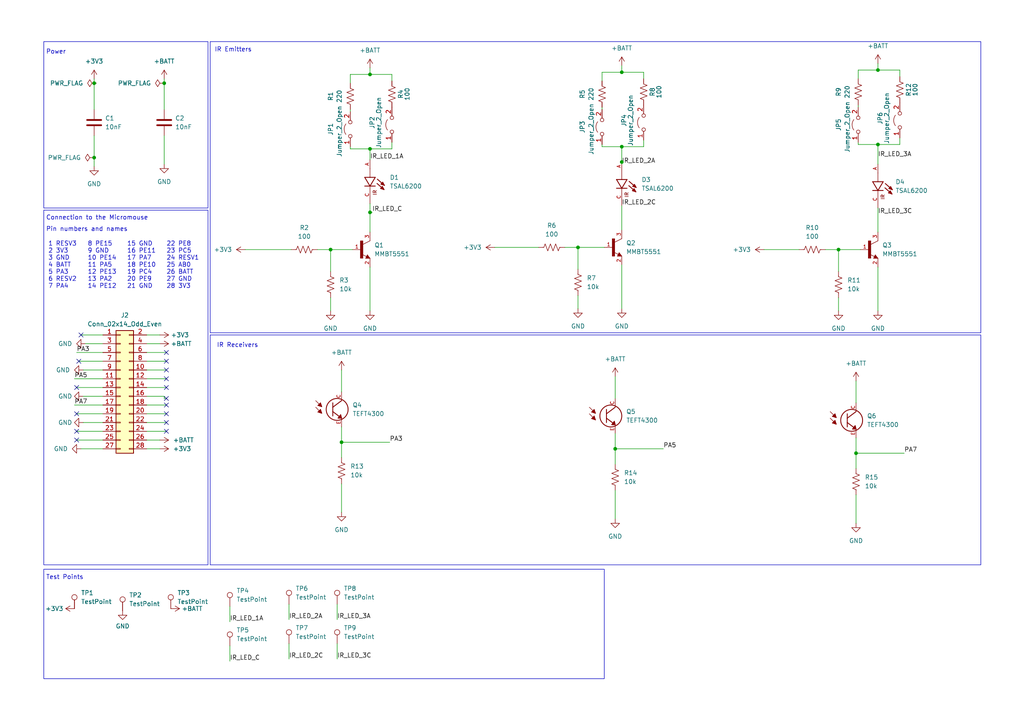
<source format=kicad_sch>
(kicad_sch (version 20230121) (generator eeschema)

  (uuid 04c73d13-15f8-469d-81f9-b705914f1cc3)

  (paper "A4")

  (title_block
    (title "Micromouse Project (Sensing)")
    (date "2024-03-24")
    (rev "0")
    (comment 1 "@author: Kwanele Mabanga")
    (comment 2 "@version: 1.5")
  )

  (lib_symbols
    (symbol "Connector:TestPoint" (pin_numbers hide) (pin_names (offset 0.762) hide) (in_bom yes) (on_board yes)
      (property "Reference" "TP" (at 0 6.858 0)
        (effects (font (size 1.27 1.27)))
      )
      (property "Value" "TestPoint" (at 0 5.08 0)
        (effects (font (size 1.27 1.27)))
      )
      (property "Footprint" "" (at 5.08 0 0)
        (effects (font (size 1.27 1.27)) hide)
      )
      (property "Datasheet" "~" (at 5.08 0 0)
        (effects (font (size 1.27 1.27)) hide)
      )
      (property "ki_keywords" "test point tp" (at 0 0 0)
        (effects (font (size 1.27 1.27)) hide)
      )
      (property "ki_description" "test point" (at 0 0 0)
        (effects (font (size 1.27 1.27)) hide)
      )
      (property "ki_fp_filters" "Pin* Test*" (at 0 0 0)
        (effects (font (size 1.27 1.27)) hide)
      )
      (symbol "TestPoint_0_1"
        (circle (center 0 3.302) (radius 0.762)
          (stroke (width 0) (type default))
          (fill (type none))
        )
      )
      (symbol "TestPoint_1_1"
        (pin passive line (at 0 0 90) (length 2.54)
          (name "1" (effects (font (size 1.27 1.27))))
          (number "1" (effects (font (size 1.27 1.27))))
        )
      )
    )
    (symbol "Connector_Generic:Conn_02x14_Odd_Even" (pin_names (offset 1.016) hide) (in_bom yes) (on_board yes)
      (property "Reference" "J" (at 1.27 17.78 0)
        (effects (font (size 1.27 1.27)))
      )
      (property "Value" "Conn_02x14_Odd_Even" (at 1.27 -20.32 0)
        (effects (font (size 1.27 1.27)))
      )
      (property "Footprint" "" (at 0 0 0)
        (effects (font (size 1.27 1.27)) hide)
      )
      (property "Datasheet" "~" (at 0 0 0)
        (effects (font (size 1.27 1.27)) hide)
      )
      (property "ki_keywords" "connector" (at 0 0 0)
        (effects (font (size 1.27 1.27)) hide)
      )
      (property "ki_description" "Generic connector, double row, 02x14, odd/even pin numbering scheme (row 1 odd numbers, row 2 even numbers), script generated (kicad-library-utils/schlib/autogen/connector/)" (at 0 0 0)
        (effects (font (size 1.27 1.27)) hide)
      )
      (property "ki_fp_filters" "Connector*:*_2x??_*" (at 0 0 0)
        (effects (font (size 1.27 1.27)) hide)
      )
      (symbol "Conn_02x14_Odd_Even_1_1"
        (rectangle (start -1.27 -17.653) (end 0 -17.907)
          (stroke (width 0.1524) (type default))
          (fill (type none))
        )
        (rectangle (start -1.27 -15.113) (end 0 -15.367)
          (stroke (width 0.1524) (type default))
          (fill (type none))
        )
        (rectangle (start -1.27 -12.573) (end 0 -12.827)
          (stroke (width 0.1524) (type default))
          (fill (type none))
        )
        (rectangle (start -1.27 -10.033) (end 0 -10.287)
          (stroke (width 0.1524) (type default))
          (fill (type none))
        )
        (rectangle (start -1.27 -7.493) (end 0 -7.747)
          (stroke (width 0.1524) (type default))
          (fill (type none))
        )
        (rectangle (start -1.27 -4.953) (end 0 -5.207)
          (stroke (width 0.1524) (type default))
          (fill (type none))
        )
        (rectangle (start -1.27 -2.413) (end 0 -2.667)
          (stroke (width 0.1524) (type default))
          (fill (type none))
        )
        (rectangle (start -1.27 0.127) (end 0 -0.127)
          (stroke (width 0.1524) (type default))
          (fill (type none))
        )
        (rectangle (start -1.27 2.667) (end 0 2.413)
          (stroke (width 0.1524) (type default))
          (fill (type none))
        )
        (rectangle (start -1.27 5.207) (end 0 4.953)
          (stroke (width 0.1524) (type default))
          (fill (type none))
        )
        (rectangle (start -1.27 7.747) (end 0 7.493)
          (stroke (width 0.1524) (type default))
          (fill (type none))
        )
        (rectangle (start -1.27 10.287) (end 0 10.033)
          (stroke (width 0.1524) (type default))
          (fill (type none))
        )
        (rectangle (start -1.27 12.827) (end 0 12.573)
          (stroke (width 0.1524) (type default))
          (fill (type none))
        )
        (rectangle (start -1.27 15.367) (end 0 15.113)
          (stroke (width 0.1524) (type default))
          (fill (type none))
        )
        (rectangle (start -1.27 16.51) (end 3.81 -19.05)
          (stroke (width 0.254) (type default))
          (fill (type background))
        )
        (rectangle (start 3.81 -17.653) (end 2.54 -17.907)
          (stroke (width 0.1524) (type default))
          (fill (type none))
        )
        (rectangle (start 3.81 -15.113) (end 2.54 -15.367)
          (stroke (width 0.1524) (type default))
          (fill (type none))
        )
        (rectangle (start 3.81 -12.573) (end 2.54 -12.827)
          (stroke (width 0.1524) (type default))
          (fill (type none))
        )
        (rectangle (start 3.81 -10.033) (end 2.54 -10.287)
          (stroke (width 0.1524) (type default))
          (fill (type none))
        )
        (rectangle (start 3.81 -7.493) (end 2.54 -7.747)
          (stroke (width 0.1524) (type default))
          (fill (type none))
        )
        (rectangle (start 3.81 -4.953) (end 2.54 -5.207)
          (stroke (width 0.1524) (type default))
          (fill (type none))
        )
        (rectangle (start 3.81 -2.413) (end 2.54 -2.667)
          (stroke (width 0.1524) (type default))
          (fill (type none))
        )
        (rectangle (start 3.81 0.127) (end 2.54 -0.127)
          (stroke (width 0.1524) (type default))
          (fill (type none))
        )
        (rectangle (start 3.81 2.667) (end 2.54 2.413)
          (stroke (width 0.1524) (type default))
          (fill (type none))
        )
        (rectangle (start 3.81 5.207) (end 2.54 4.953)
          (stroke (width 0.1524) (type default))
          (fill (type none))
        )
        (rectangle (start 3.81 7.747) (end 2.54 7.493)
          (stroke (width 0.1524) (type default))
          (fill (type none))
        )
        (rectangle (start 3.81 10.287) (end 2.54 10.033)
          (stroke (width 0.1524) (type default))
          (fill (type none))
        )
        (rectangle (start 3.81 12.827) (end 2.54 12.573)
          (stroke (width 0.1524) (type default))
          (fill (type none))
        )
        (rectangle (start 3.81 15.367) (end 2.54 15.113)
          (stroke (width 0.1524) (type default))
          (fill (type none))
        )
        (pin passive line (at -5.08 15.24 0) (length 3.81)
          (name "Pin_1" (effects (font (size 1.27 1.27))))
          (number "1" (effects (font (size 1.27 1.27))))
        )
        (pin passive line (at 7.62 5.08 180) (length 3.81)
          (name "Pin_10" (effects (font (size 1.27 1.27))))
          (number "10" (effects (font (size 1.27 1.27))))
        )
        (pin passive line (at -5.08 2.54 0) (length 3.81)
          (name "Pin_11" (effects (font (size 1.27 1.27))))
          (number "11" (effects (font (size 1.27 1.27))))
        )
        (pin passive line (at 7.62 2.54 180) (length 3.81)
          (name "Pin_12" (effects (font (size 1.27 1.27))))
          (number "12" (effects (font (size 1.27 1.27))))
        )
        (pin passive line (at -5.08 0 0) (length 3.81)
          (name "Pin_13" (effects (font (size 1.27 1.27))))
          (number "13" (effects (font (size 1.27 1.27))))
        )
        (pin passive line (at 7.62 0 180) (length 3.81)
          (name "Pin_14" (effects (font (size 1.27 1.27))))
          (number "14" (effects (font (size 1.27 1.27))))
        )
        (pin passive line (at -5.08 -2.54 0) (length 3.81)
          (name "Pin_15" (effects (font (size 1.27 1.27))))
          (number "15" (effects (font (size 1.27 1.27))))
        )
        (pin passive line (at 7.62 -2.54 180) (length 3.81)
          (name "Pin_16" (effects (font (size 1.27 1.27))))
          (number "16" (effects (font (size 1.27 1.27))))
        )
        (pin passive line (at -5.08 -5.08 0) (length 3.81)
          (name "Pin_17" (effects (font (size 1.27 1.27))))
          (number "17" (effects (font (size 1.27 1.27))))
        )
        (pin passive line (at 7.62 -5.08 180) (length 3.81)
          (name "Pin_18" (effects (font (size 1.27 1.27))))
          (number "18" (effects (font (size 1.27 1.27))))
        )
        (pin passive line (at -5.08 -7.62 0) (length 3.81)
          (name "Pin_19" (effects (font (size 1.27 1.27))))
          (number "19" (effects (font (size 1.27 1.27))))
        )
        (pin passive line (at 7.62 15.24 180) (length 3.81)
          (name "Pin_2" (effects (font (size 1.27 1.27))))
          (number "2" (effects (font (size 1.27 1.27))))
        )
        (pin passive line (at 7.62 -7.62 180) (length 3.81)
          (name "Pin_20" (effects (font (size 1.27 1.27))))
          (number "20" (effects (font (size 1.27 1.27))))
        )
        (pin passive line (at -5.08 -10.16 0) (length 3.81)
          (name "Pin_21" (effects (font (size 1.27 1.27))))
          (number "21" (effects (font (size 1.27 1.27))))
        )
        (pin passive line (at 7.62 -10.16 180) (length 3.81)
          (name "Pin_22" (effects (font (size 1.27 1.27))))
          (number "22" (effects (font (size 1.27 1.27))))
        )
        (pin passive line (at -5.08 -12.7 0) (length 3.81)
          (name "Pin_23" (effects (font (size 1.27 1.27))))
          (number "23" (effects (font (size 1.27 1.27))))
        )
        (pin passive line (at 7.62 -12.7 180) (length 3.81)
          (name "Pin_24" (effects (font (size 1.27 1.27))))
          (number "24" (effects (font (size 1.27 1.27))))
        )
        (pin passive line (at -5.08 -15.24 0) (length 3.81)
          (name "Pin_25" (effects (font (size 1.27 1.27))))
          (number "25" (effects (font (size 1.27 1.27))))
        )
        (pin passive line (at 7.62 -15.24 180) (length 3.81)
          (name "Pin_26" (effects (font (size 1.27 1.27))))
          (number "26" (effects (font (size 1.27 1.27))))
        )
        (pin passive line (at -5.08 -17.78 0) (length 3.81)
          (name "Pin_27" (effects (font (size 1.27 1.27))))
          (number "27" (effects (font (size 1.27 1.27))))
        )
        (pin passive line (at 7.62 -17.78 180) (length 3.81)
          (name "Pin_28" (effects (font (size 1.27 1.27))))
          (number "28" (effects (font (size 1.27 1.27))))
        )
        (pin passive line (at -5.08 12.7 0) (length 3.81)
          (name "Pin_3" (effects (font (size 1.27 1.27))))
          (number "3" (effects (font (size 1.27 1.27))))
        )
        (pin passive line (at 7.62 12.7 180) (length 3.81)
          (name "Pin_4" (effects (font (size 1.27 1.27))))
          (number "4" (effects (font (size 1.27 1.27))))
        )
        (pin passive line (at -5.08 10.16 0) (length 3.81)
          (name "Pin_5" (effects (font (size 1.27 1.27))))
          (number "5" (effects (font (size 1.27 1.27))))
        )
        (pin passive line (at 7.62 10.16 180) (length 3.81)
          (name "Pin_6" (effects (font (size 1.27 1.27))))
          (number "6" (effects (font (size 1.27 1.27))))
        )
        (pin passive line (at -5.08 7.62 0) (length 3.81)
          (name "Pin_7" (effects (font (size 1.27 1.27))))
          (number "7" (effects (font (size 1.27 1.27))))
        )
        (pin passive line (at 7.62 7.62 180) (length 3.81)
          (name "Pin_8" (effects (font (size 1.27 1.27))))
          (number "8" (effects (font (size 1.27 1.27))))
        )
        (pin passive line (at -5.08 5.08 0) (length 3.81)
          (name "Pin_9" (effects (font (size 1.27 1.27))))
          (number "9" (effects (font (size 1.27 1.27))))
        )
      )
    )
    (symbol "Device:C" (pin_numbers hide) (pin_names (offset 0.254)) (in_bom yes) (on_board yes)
      (property "Reference" "C" (at 0.635 2.54 0)
        (effects (font (size 1.27 1.27)) (justify left))
      )
      (property "Value" "C" (at 0.635 -2.54 0)
        (effects (font (size 1.27 1.27)) (justify left))
      )
      (property "Footprint" "" (at 0.9652 -3.81 0)
        (effects (font (size 1.27 1.27)) hide)
      )
      (property "Datasheet" "~" (at 0 0 0)
        (effects (font (size 1.27 1.27)) hide)
      )
      (property "ki_keywords" "cap capacitor" (at 0 0 0)
        (effects (font (size 1.27 1.27)) hide)
      )
      (property "ki_description" "Unpolarized capacitor" (at 0 0 0)
        (effects (font (size 1.27 1.27)) hide)
      )
      (property "ki_fp_filters" "C_*" (at 0 0 0)
        (effects (font (size 1.27 1.27)) hide)
      )
      (symbol "C_0_1"
        (polyline
          (pts
            (xy -2.032 -0.762)
            (xy 2.032 -0.762)
          )
          (stroke (width 0.508) (type default))
          (fill (type none))
        )
        (polyline
          (pts
            (xy -2.032 0.762)
            (xy 2.032 0.762)
          )
          (stroke (width 0.508) (type default))
          (fill (type none))
        )
      )
      (symbol "C_1_1"
        (pin passive line (at 0 3.81 270) (length 2.794)
          (name "~" (effects (font (size 1.27 1.27))))
          (number "1" (effects (font (size 1.27 1.27))))
        )
        (pin passive line (at 0 -3.81 90) (length 2.794)
          (name "~" (effects (font (size 1.27 1.27))))
          (number "2" (effects (font (size 1.27 1.27))))
        )
      )
    )
    (symbol "Device:R_US" (pin_numbers hide) (pin_names (offset 0)) (in_bom yes) (on_board yes)
      (property "Reference" "R" (at 2.54 0 90)
        (effects (font (size 1.27 1.27)))
      )
      (property "Value" "R_US" (at -2.54 0 90)
        (effects (font (size 1.27 1.27)))
      )
      (property "Footprint" "" (at 1.016 -0.254 90)
        (effects (font (size 1.27 1.27)) hide)
      )
      (property "Datasheet" "~" (at 0 0 0)
        (effects (font (size 1.27 1.27)) hide)
      )
      (property "ki_keywords" "R res resistor" (at 0 0 0)
        (effects (font (size 1.27 1.27)) hide)
      )
      (property "ki_description" "Resistor, US symbol" (at 0 0 0)
        (effects (font (size 1.27 1.27)) hide)
      )
      (property "ki_fp_filters" "R_*" (at 0 0 0)
        (effects (font (size 1.27 1.27)) hide)
      )
      (symbol "R_US_0_1"
        (polyline
          (pts
            (xy 0 -2.286)
            (xy 0 -2.54)
          )
          (stroke (width 0) (type default))
          (fill (type none))
        )
        (polyline
          (pts
            (xy 0 2.286)
            (xy 0 2.54)
          )
          (stroke (width 0) (type default))
          (fill (type none))
        )
        (polyline
          (pts
            (xy 0 -0.762)
            (xy 1.016 -1.143)
            (xy 0 -1.524)
            (xy -1.016 -1.905)
            (xy 0 -2.286)
          )
          (stroke (width 0) (type default))
          (fill (type none))
        )
        (polyline
          (pts
            (xy 0 0.762)
            (xy 1.016 0.381)
            (xy 0 0)
            (xy -1.016 -0.381)
            (xy 0 -0.762)
          )
          (stroke (width 0) (type default))
          (fill (type none))
        )
        (polyline
          (pts
            (xy 0 2.286)
            (xy 1.016 1.905)
            (xy 0 1.524)
            (xy -1.016 1.143)
            (xy 0 0.762)
          )
          (stroke (width 0) (type default))
          (fill (type none))
        )
      )
      (symbol "R_US_1_1"
        (pin passive line (at 0 3.81 270) (length 1.27)
          (name "~" (effects (font (size 1.27 1.27))))
          (number "1" (effects (font (size 1.27 1.27))))
        )
        (pin passive line (at 0 -3.81 90) (length 1.27)
          (name "~" (effects (font (size 1.27 1.27))))
          (number "2" (effects (font (size 1.27 1.27))))
        )
      )
    )
    (symbol "Jumper:Jumper_2_Open" (pin_names (offset 0) hide) (in_bom yes) (on_board yes)
      (property "Reference" "JP" (at 0 2.794 0)
        (effects (font (size 1.27 1.27)))
      )
      (property "Value" "Jumper_2_Open" (at 0 -2.286 0)
        (effects (font (size 1.27 1.27)))
      )
      (property "Footprint" "" (at 0 0 0)
        (effects (font (size 1.27 1.27)) hide)
      )
      (property "Datasheet" "~" (at 0 0 0)
        (effects (font (size 1.27 1.27)) hide)
      )
      (property "ki_keywords" "Jumper SPST" (at 0 0 0)
        (effects (font (size 1.27 1.27)) hide)
      )
      (property "ki_description" "Jumper, 2-pole, open" (at 0 0 0)
        (effects (font (size 1.27 1.27)) hide)
      )
      (property "ki_fp_filters" "Jumper* TestPoint*2Pads* TestPoint*Bridge*" (at 0 0 0)
        (effects (font (size 1.27 1.27)) hide)
      )
      (symbol "Jumper_2_Open_0_0"
        (circle (center -2.032 0) (radius 0.508)
          (stroke (width 0) (type default))
          (fill (type none))
        )
        (circle (center 2.032 0) (radius 0.508)
          (stroke (width 0) (type default))
          (fill (type none))
        )
      )
      (symbol "Jumper_2_Open_0_1"
        (arc (start 1.524 1.27) (mid 0 1.778) (end -1.524 1.27)
          (stroke (width 0) (type default))
          (fill (type none))
        )
      )
      (symbol "Jumper_2_Open_1_1"
        (pin passive line (at -5.08 0 0) (length 2.54)
          (name "A" (effects (font (size 1.27 1.27))))
          (number "1" (effects (font (size 1.27 1.27))))
        )
        (pin passive line (at 5.08 0 180) (length 2.54)
          (name "B" (effects (font (size 1.27 1.27))))
          (number "2" (effects (font (size 1.27 1.27))))
        )
      )
    )
    (symbol "MMBT5551:MMBT5551" (pin_names (offset 1.016)) (in_bom yes) (on_board yes)
      (property "Reference" "Q" (at 5.08 0 0)
        (effects (font (size 1.27 1.27)) (justify left bottom))
      )
      (property "Value" "MMBT5551" (at 5.08 -2.54 0)
        (effects (font (size 1.27 1.27)) (justify left bottom))
      )
      (property "Footprint" "MMBT5551:SOT23-3" (at 0 0 0)
        (effects (font (size 1.27 1.27)) (justify bottom) hide)
      )
      (property "Datasheet" "" (at 0 0 0)
        (effects (font (size 1.27 1.27)) hide)
      )
      (property "MF" "NTE Electronics, Inc" (at 0 0 0)
        (effects (font (size 1.27 1.27)) (justify bottom) hide)
      )
      (property "Description" "\nBipolar (BJT) Transistor NPN 160 V 600 mA 100MHz 350 mW Surface Mount SOT-23-3\n" (at 0 0 0)
        (effects (font (size 1.27 1.27)) (justify bottom) hide)
      )
      (property "Package" "None" (at 0 0 0)
        (effects (font (size 1.27 1.27)) (justify bottom) hide)
      )
      (property "BASIC_PART" "YES" (at 0 0 0)
        (effects (font (size 1.27 1.27)) (justify bottom) hide)
      )
      (property "Price" "None" (at 0 0 0)
        (effects (font (size 1.27 1.27)) (justify bottom) hide)
      )
      (property "SnapEDA_Link" "https://www.snapeda.com/parts/MMBT5551/NTE+Electronics/view-part/?ref=snap" (at 0 0 0)
        (effects (font (size 1.27 1.27)) (justify bottom) hide)
      )
      (property "MP" "MMBT5551" (at 0 0 0)
        (effects (font (size 1.27 1.27)) (justify bottom) hide)
      )
      (property "Availability" "In Stock" (at 0 0 0)
        (effects (font (size 1.27 1.27)) (justify bottom) hide)
      )
      (property "Check_prices" "https://www.snapeda.com/parts/MMBT5551/NTE+Electronics/view-part/?ref=eda" (at 0 0 0)
        (effects (font (size 1.27 1.27)) (justify bottom) hide)
      )
      (symbol "MMBT5551_0_0"
        (rectangle (start -0.254 -2.54) (end 0.508 2.54)
          (stroke (width 0.1) (type default))
          (fill (type outline))
        )
        (polyline
          (pts
            (xy 1.27 -2.54)
            (xy 1.778 -1.524)
          )
          (stroke (width 0.1524) (type default))
          (fill (type none))
        )
        (polyline
          (pts
            (xy 1.524 -2.413)
            (xy 2.286 -2.413)
          )
          (stroke (width 0.254) (type default))
          (fill (type none))
        )
        (polyline
          (pts
            (xy 1.524 -2.286)
            (xy 1.905 -2.286)
          )
          (stroke (width 0.254) (type default))
          (fill (type none))
        )
        (polyline
          (pts
            (xy 1.54 -2.04)
            (xy 0.308 -1.424)
          )
          (stroke (width 0.1524) (type default))
          (fill (type none))
        )
        (polyline
          (pts
            (xy 1.778 -1.778)
            (xy 1.524 -2.286)
          )
          (stroke (width 0.254) (type default))
          (fill (type none))
        )
        (polyline
          (pts
            (xy 1.778 -1.524)
            (xy 2.54 -2.54)
          )
          (stroke (width 0.1524) (type default))
          (fill (type none))
        )
        (polyline
          (pts
            (xy 1.905 -2.286)
            (xy 1.778 -2.032)
          )
          (stroke (width 0.254) (type default))
          (fill (type none))
        )
        (polyline
          (pts
            (xy 2.286 -2.413)
            (xy 1.778 -1.778)
          )
          (stroke (width 0.254) (type default))
          (fill (type none))
        )
        (polyline
          (pts
            (xy 2.54 -2.54)
            (xy 1.27 -2.54)
          )
          (stroke (width 0.1524) (type default))
          (fill (type none))
        )
        (polyline
          (pts
            (xy 2.54 2.54)
            (xy 0.508 1.524)
          )
          (stroke (width 0.1524) (type default))
          (fill (type none))
        )
        (pin passive line (at -2.54 0 0) (length 2.54)
          (name "~" (effects (font (size 1.016 1.016))))
          (number "1" (effects (font (size 1.016 1.016))))
        )
        (pin passive line (at 2.54 -5.08 90) (length 2.54)
          (name "~" (effects (font (size 1.016 1.016))))
          (number "2" (effects (font (size 1.016 1.016))))
        )
        (pin passive line (at 2.54 5.08 270) (length 2.54)
          (name "~" (effects (font (size 1.016 1.016))))
          (number "3" (effects (font (size 1.016 1.016))))
        )
      )
    )
    (symbol "TEFT4300:TEFT4300" (pin_names (offset 1.016)) (in_bom yes) (on_board yes)
      (property "Reference" "Q" (at -10.1556 5.0822 0)
        (effects (font (size 1.27 1.27)) (justify left bottom))
      )
      (property "Value" "TEFT4300" (at -10.1508 -7.62 0)
        (effects (font (size 1.27 1.27)) (justify left bottom))
      )
      (property "Footprint" "TEFT4300:XDCR_TEFT4300" (at 0 0 0)
        (effects (font (size 1.27 1.27)) (justify bottom) hide)
      )
      (property "Datasheet" "" (at 0 0 0)
        (effects (font (size 1.27 1.27)) hide)
      )
      (property "DigiKey_Part_Number" "751-1041-ND" (at 0 0 0)
        (effects (font (size 1.27 1.27)) (justify bottom) hide)
      )
      (property "MF" "Vishay Semiconductor" (at 0 0 0)
        (effects (font (size 1.27 1.27)) (justify bottom) hide)
      )
      (property "MAXIMUM_PACKAGE_HEIGHT" "6.10mm" (at 0 0 0)
        (effects (font (size 1.27 1.27)) (justify bottom) hide)
      )
      (property "PACKAGE" "Radial Vishay" (at 0 0 0)
        (effects (font (size 1.27 1.27)) (justify bottom) hide)
      )
      (property "Package" "Radial Vishay" (at 0 0 0)
        (effects (font (size 1.27 1.27)) (justify bottom) hide)
      )
      (property "Check_prices" "https://www.snapeda.com/parts/TEFT4300/Vishay+Semiconductor+Opto+Division/view-part/?ref=eda" (at 0 0 0)
        (effects (font (size 1.27 1.27)) (justify bottom) hide)
      )
      (property "SnapEDA_Link" "https://www.snapeda.com/parts/TEFT4300/Vishay+Semiconductor+Opto+Division/view-part/?ref=snap" (at 0 0 0)
        (effects (font (size 1.27 1.27)) (justify bottom) hide)
      )
      (property "MP" "TEFT4300" (at 0 0 0)
        (effects (font (size 1.27 1.27)) (justify bottom) hide)
      )
      (property "Description" "\nPhototransistors 925nm Top View Radial, 3mm Dia (T-1)\n" (at 0 0 0)
        (effects (font (size 1.27 1.27)) (justify bottom) hide)
      )
      (symbol "TEFT4300_0_0"
        (polyline
          (pts
            (xy -4.953 0.635)
            (xy -3.175 -1.143)
          )
          (stroke (width 0.1524) (type default))
          (fill (type none))
        )
        (polyline
          (pts
            (xy -4.953 2.54)
            (xy -3.175 0.762)
          )
          (stroke (width 0.1524) (type default))
          (fill (type none))
        )
        (polyline
          (pts
            (xy -4.318 -0.762)
            (xy -3.556 0)
          )
          (stroke (width 0.1524) (type default))
          (fill (type none))
        )
        (polyline
          (pts
            (xy -4.318 1.143)
            (xy -3.556 1.905)
          )
          (stroke (width 0.1524) (type default))
          (fill (type none))
        )
        (polyline
          (pts
            (xy -3.556 0)
            (xy -3.175 -1.143)
          )
          (stroke (width 0.1524) (type default))
          (fill (type none))
        )
        (polyline
          (pts
            (xy -3.556 1.905)
            (xy -3.175 0.762)
          )
          (stroke (width 0.1524) (type default))
          (fill (type none))
        )
        (polyline
          (pts
            (xy -3.175 -1.143)
            (xy -4.318 -0.762)
          )
          (stroke (width 0.1524) (type default))
          (fill (type none))
        )
        (polyline
          (pts
            (xy -3.175 0.762)
            (xy -4.318 1.143)
          )
          (stroke (width 0.1524) (type default))
          (fill (type none))
        )
        (polyline
          (pts
            (xy 0 -0.635)
            (xy 0 -1.905)
          )
          (stroke (width 0.254) (type default))
          (fill (type none))
        )
        (polyline
          (pts
            (xy 0 -0.635)
            (xy 2.54 -2.54)
          )
          (stroke (width 0.254) (type default))
          (fill (type none))
        )
        (polyline
          (pts
            (xy 0 0.635)
            (xy 0 -0.635)
          )
          (stroke (width 0.254) (type default))
          (fill (type none))
        )
        (polyline
          (pts
            (xy 0 0.635)
            (xy 2.54 2.54)
          )
          (stroke (width 0.254) (type default))
          (fill (type none))
        )
        (polyline
          (pts
            (xy 0 1.905)
            (xy 0 0.635)
          )
          (stroke (width 0.254) (type default))
          (fill (type none))
        )
        (polyline
          (pts
            (xy 2.286 -2.286)
            (xy 2.54 -2.54)
          )
          (stroke (width 0.1524) (type default))
          (fill (type none))
        )
        (polyline
          (pts
            (xy -4.318 -0.762)
            (xy -3.175 -1.143)
            (xy -3.556 0)
            (xy -4.318 -0.762)
          )
          (stroke (width 0.1524) (type default))
          (fill (type outline))
        )
        (polyline
          (pts
            (xy -4.318 1.143)
            (xy -3.175 0.762)
            (xy -3.556 1.905)
            (xy -4.318 1.143)
          )
          (stroke (width 0.1524) (type default))
          (fill (type outline))
        )
        (polyline
          (pts
            (xy 2.54 -2.54)
            (xy 2.286 -1.524)
            (xy 1.524 -2.54)
            (xy 2.54 -2.54)
          )
          (stroke (width 0.254) (type default))
          (fill (type outline))
        )
        (circle (center 1.27 0) (radius 3.175)
          (stroke (width 0.254) (type default))
          (fill (type none))
        )
        (pin passive line (at 2.54 5.08 270) (length 2.54)
          (name "~" (effects (font (size 1.016 1.016))))
          (number "C" (effects (font (size 1.016 1.016))))
        )
        (pin passive line (at 2.54 -5.08 90) (length 2.54)
          (name "~" (effects (font (size 1.016 1.016))))
          (number "E" (effects (font (size 1.016 1.016))))
        )
      )
    )
    (symbol "TSAL6200:TSAL6200" (pin_names (offset 1.016)) (in_bom yes) (on_board yes)
      (property "Reference" "D" (at -3.556 4.826 0)
        (effects (font (size 1.27 1.27)) (justify left bottom))
      )
      (property "Value" "TSAL6200" (at -3.556 -3.302 0)
        (effects (font (size 1.27 1.27)) (justify left bottom))
      )
      (property "Footprint" "TSAL6200:LEDRD254W55D595H900" (at 0 0 0)
        (effects (font (size 1.27 1.27)) (justify bottom) hide)
      )
      (property "Datasheet" "" (at 0 0 0)
        (effects (font (size 1.27 1.27)) hide)
      )
      (property "MF" "Vishay Semiconductor" (at 0 0 0)
        (effects (font (size 1.27 1.27)) (justify bottom) hide)
      )
      (property "MAXIMUM_PACKAGE_HEIGHT" "9.0 mm" (at 0 0 0)
        (effects (font (size 1.27 1.27)) (justify bottom) hide)
      )
      (property "RS_Components_8187663_Purchase_URL" "https://www.snapeda.com/api/url_track_click/https%253A//uk.rs-online.com/web/p/ir-leds/8187663//%253Futm_campaign%253Dbuynow%2526utm_medium%253Daggregator%2526utm_source%253Dsnapeda%2526cm_mmc%253Daff-_-uk-_-snapeda-_-8187663/?unipart_id=106073&manufacturer=Vishay Semiconductor&part_name=TSAL6200&search_term=tsal6200" (at 0 0 0)
        (effects (font (size 1.27 1.27)) (justify bottom) hide)
      )
      (property "Package" "Radial Vishay" (at 0 0 0)
        (effects (font (size 1.27 1.27)) (justify bottom) hide)
      )
      (property "RS_Components_1656195_Purchase_URL" "https://www.snapeda.com/api/url_track_click/https%253A//uk.rs-online.com/web/p/ir-leds/1656195//%253Futm_campaign%253Dbuynow%2526utm_medium%253Daggregator%2526utm_source%253Dsnapeda%2526cm_mmc%253Daff-_-uk-_-snapeda-_-1656195/?unipart_id=106073&manufacturer=Vishay Semiconductor&part_name=TSAL6200&search_term=tsal6200" (at 0 0 0)
        (effects (font (size 1.27 1.27)) (justify bottom) hide)
      )
      (property "Check_prices" "https://www.snapeda.com/parts/TSAL6200/Vishay+Semiconductor+Opto+Division/view-part/?ref=eda" (at 0 0 0)
        (effects (font (size 1.27 1.27)) (justify bottom) hide)
      )
      (property "STANDARD" "IPC-7351B" (at 0 0 0)
        (effects (font (size 1.27 1.27)) (justify bottom) hide)
      )
      (property "PARTREV" "2.4" (at 0 0 0)
        (effects (font (size 1.27 1.27)) (justify bottom) hide)
      )
      (property "SnapEDA_Link" "https://www.snapeda.com/parts/TSAL6200/Vishay+Semiconductor+Opto+Division/view-part/?ref=snap" (at 0 0 0)
        (effects (font (size 1.27 1.27)) (justify bottom) hide)
      )
      (property "MP" "TSAL6200" (at 0 0 0)
        (effects (font (size 1.27 1.27)) (justify bottom) hide)
      )
      (property "Description" "\nInfrared (IR) Emitter 940nm 1.35V 100mA 40mW/sr @ 100mA 34° Radial, 5mm Dia (T 1 3/4)\n" (at 0 0 0)
        (effects (font (size 1.27 1.27)) (justify bottom) hide)
      )
      (property "RS_Components_8187663P_Purchase_URL" "https://www.snapeda.com/api/url_track_click/https%253A//uk.rs-online.com/web/p/ir-leds/8187663p//%253Futm_campaign%253Dbuynow%2526utm_medium%253Daggregator%2526utm_source%253Dsnapeda%2526cm_mmc%253Daff-_-uk-_-snapeda-_-8187663P/?unipart_id=106073&manufacturer=Vishay Semiconductor&part_name=TSAL6200&search_term=tsal6200" (at 0 0 0)
        (effects (font (size 1.27 1.27)) (justify bottom) hide)
      )
      (property "MANUFACTURER" "Vishay" (at 0 0 0)
        (effects (font (size 1.27 1.27)) (justify bottom) hide)
      )
      (symbol "TSAL6200_0_0"
        (polyline
          (pts
            (xy -2.54 -1.524)
            (xy 0 0)
          )
          (stroke (width 0.254) (type default))
          (fill (type none))
        )
        (polyline
          (pts
            (xy -2.54 0)
            (xy -5.08 0)
          )
          (stroke (width 0.1524) (type default))
          (fill (type none))
        )
        (polyline
          (pts
            (xy -2.54 0)
            (xy -2.54 -1.524)
          )
          (stroke (width 0.254) (type default))
          (fill (type none))
        )
        (polyline
          (pts
            (xy -2.54 1.524)
            (xy -2.54 0)
          )
          (stroke (width 0.254) (type default))
          (fill (type none))
        )
        (polyline
          (pts
            (xy -1.1176 3.683)
            (xy -0.2286 4.1656)
          )
          (stroke (width 0.254) (type default))
          (fill (type none))
        )
        (polyline
          (pts
            (xy -0.9398 3.6068)
            (xy -0.7112 3.7592)
          )
          (stroke (width 0.254) (type default))
          (fill (type none))
        )
        (polyline
          (pts
            (xy -0.5588 3.2004)
            (xy -1.1176 3.683)
          )
          (stroke (width 0.254) (type default))
          (fill (type none))
        )
        (polyline
          (pts
            (xy -0.5588 3.2004)
            (xy -0.5334 3.937)
          )
          (stroke (width 0.254) (type default))
          (fill (type none))
        )
        (polyline
          (pts
            (xy -0.5334 3.937)
            (xy -0.6604 3.937)
          )
          (stroke (width 0.254) (type default))
          (fill (type none))
        )
        (polyline
          (pts
            (xy -0.2286 4.1656)
            (xy -2.0066 2.1336)
          )
          (stroke (width 0.254) (type default))
          (fill (type none))
        )
        (polyline
          (pts
            (xy -0.2286 4.1656)
            (xy -0.5588 3.2004)
          )
          (stroke (width 0.254) (type default))
          (fill (type none))
        )
        (polyline
          (pts
            (xy 0 0)
            (xy -2.54 1.524)
          )
          (stroke (width 0.254) (type default))
          (fill (type none))
        )
        (polyline
          (pts
            (xy 0 1.524)
            (xy 0 -1.524)
          )
          (stroke (width 0.254) (type default))
          (fill (type none))
        )
        (polyline
          (pts
            (xy 0.127 3.5814)
            (xy 1.016 4.064)
          )
          (stroke (width 0.254) (type default))
          (fill (type none))
        )
        (polyline
          (pts
            (xy 0.3048 3.5052)
            (xy 0.5334 3.6576)
          )
          (stroke (width 0.254) (type default))
          (fill (type none))
        )
        (polyline
          (pts
            (xy 0.6858 3.0988)
            (xy 0.127 3.5814)
          )
          (stroke (width 0.254) (type default))
          (fill (type none))
        )
        (polyline
          (pts
            (xy 0.6858 3.0988)
            (xy 0.7112 3.8354)
          )
          (stroke (width 0.254) (type default))
          (fill (type none))
        )
        (polyline
          (pts
            (xy 0.7112 3.8354)
            (xy 0.5842 3.8354)
          )
          (stroke (width 0.254) (type default))
          (fill (type none))
        )
        (polyline
          (pts
            (xy 1.016 4.064)
            (xy -0.762 2.032)
          )
          (stroke (width 0.254) (type default))
          (fill (type none))
        )
        (polyline
          (pts
            (xy 1.016 4.064)
            (xy 0.6858 3.0988)
          )
          (stroke (width 0.254) (type default))
          (fill (type none))
        )
        (text "IR" (at 1.016 2.032 0)
          (effects (font (size 1.016 1.016)) (justify left bottom))
        )
        (pin passive line (at -7.62 0 0) (length 2.54)
          (name "~" (effects (font (size 1.016 1.016))))
          (number "A" (effects (font (size 1.016 1.016))))
        )
        (pin passive line (at 5.08 0 180) (length 5.08)
          (name "~" (effects (font (size 1.016 1.016))))
          (number "C" (effects (font (size 1.016 1.016))))
        )
      )
    )
    (symbol "power:+3V3" (power) (pin_names (offset 0)) (in_bom yes) (on_board yes)
      (property "Reference" "#PWR" (at 0 -3.81 0)
        (effects (font (size 1.27 1.27)) hide)
      )
      (property "Value" "+3V3" (at 0 3.556 0)
        (effects (font (size 1.27 1.27)))
      )
      (property "Footprint" "" (at 0 0 0)
        (effects (font (size 1.27 1.27)) hide)
      )
      (property "Datasheet" "" (at 0 0 0)
        (effects (font (size 1.27 1.27)) hide)
      )
      (property "ki_keywords" "global power" (at 0 0 0)
        (effects (font (size 1.27 1.27)) hide)
      )
      (property "ki_description" "Power symbol creates a global label with name \"+3V3\"" (at 0 0 0)
        (effects (font (size 1.27 1.27)) hide)
      )
      (symbol "+3V3_0_1"
        (polyline
          (pts
            (xy -0.762 1.27)
            (xy 0 2.54)
          )
          (stroke (width 0) (type default))
          (fill (type none))
        )
        (polyline
          (pts
            (xy 0 0)
            (xy 0 2.54)
          )
          (stroke (width 0) (type default))
          (fill (type none))
        )
        (polyline
          (pts
            (xy 0 2.54)
            (xy 0.762 1.27)
          )
          (stroke (width 0) (type default))
          (fill (type none))
        )
      )
      (symbol "+3V3_1_1"
        (pin power_in line (at 0 0 90) (length 0) hide
          (name "+3V3" (effects (font (size 1.27 1.27))))
          (number "1" (effects (font (size 1.27 1.27))))
        )
      )
    )
    (symbol "power:+BATT" (power) (pin_names (offset 0)) (in_bom yes) (on_board yes)
      (property "Reference" "#PWR" (at 0 -3.81 0)
        (effects (font (size 1.27 1.27)) hide)
      )
      (property "Value" "+BATT" (at 0 3.556 0)
        (effects (font (size 1.27 1.27)))
      )
      (property "Footprint" "" (at 0 0 0)
        (effects (font (size 1.27 1.27)) hide)
      )
      (property "Datasheet" "" (at 0 0 0)
        (effects (font (size 1.27 1.27)) hide)
      )
      (property "ki_keywords" "global power battery" (at 0 0 0)
        (effects (font (size 1.27 1.27)) hide)
      )
      (property "ki_description" "Power symbol creates a global label with name \"+BATT\"" (at 0 0 0)
        (effects (font (size 1.27 1.27)) hide)
      )
      (symbol "+BATT_0_1"
        (polyline
          (pts
            (xy -0.762 1.27)
            (xy 0 2.54)
          )
          (stroke (width 0) (type default))
          (fill (type none))
        )
        (polyline
          (pts
            (xy 0 0)
            (xy 0 2.54)
          )
          (stroke (width 0) (type default))
          (fill (type none))
        )
        (polyline
          (pts
            (xy 0 2.54)
            (xy 0.762 1.27)
          )
          (stroke (width 0) (type default))
          (fill (type none))
        )
      )
      (symbol "+BATT_1_1"
        (pin power_in line (at 0 0 90) (length 0) hide
          (name "+BATT" (effects (font (size 1.27 1.27))))
          (number "1" (effects (font (size 1.27 1.27))))
        )
      )
    )
    (symbol "power:GND" (power) (pin_names (offset 0)) (in_bom yes) (on_board yes)
      (property "Reference" "#PWR" (at 0 -6.35 0)
        (effects (font (size 1.27 1.27)) hide)
      )
      (property "Value" "GND" (at 0 -3.81 0)
        (effects (font (size 1.27 1.27)))
      )
      (property "Footprint" "" (at 0 0 0)
        (effects (font (size 1.27 1.27)) hide)
      )
      (property "Datasheet" "" (at 0 0 0)
        (effects (font (size 1.27 1.27)) hide)
      )
      (property "ki_keywords" "global power" (at 0 0 0)
        (effects (font (size 1.27 1.27)) hide)
      )
      (property "ki_description" "Power symbol creates a global label with name \"GND\" , ground" (at 0 0 0)
        (effects (font (size 1.27 1.27)) hide)
      )
      (symbol "GND_0_1"
        (polyline
          (pts
            (xy 0 0)
            (xy 0 -1.27)
            (xy 1.27 -1.27)
            (xy 0 -2.54)
            (xy -1.27 -1.27)
            (xy 0 -1.27)
          )
          (stroke (width 0) (type default))
          (fill (type none))
        )
      )
      (symbol "GND_1_1"
        (pin power_in line (at 0 0 270) (length 0) hide
          (name "GND" (effects (font (size 1.27 1.27))))
          (number "1" (effects (font (size 1.27 1.27))))
        )
      )
    )
    (symbol "power:PWR_FLAG" (power) (pin_numbers hide) (pin_names (offset 0) hide) (in_bom yes) (on_board yes)
      (property "Reference" "#FLG" (at 0 1.905 0)
        (effects (font (size 1.27 1.27)) hide)
      )
      (property "Value" "PWR_FLAG" (at 0 3.81 0)
        (effects (font (size 1.27 1.27)))
      )
      (property "Footprint" "" (at 0 0 0)
        (effects (font (size 1.27 1.27)) hide)
      )
      (property "Datasheet" "~" (at 0 0 0)
        (effects (font (size 1.27 1.27)) hide)
      )
      (property "ki_keywords" "flag power" (at 0 0 0)
        (effects (font (size 1.27 1.27)) hide)
      )
      (property "ki_description" "Special symbol for telling ERC where power comes from" (at 0 0 0)
        (effects (font (size 1.27 1.27)) hide)
      )
      (symbol "PWR_FLAG_0_0"
        (pin power_out line (at 0 0 90) (length 0)
          (name "pwr" (effects (font (size 1.27 1.27))))
          (number "1" (effects (font (size 1.27 1.27))))
        )
      )
      (symbol "PWR_FLAG_0_1"
        (polyline
          (pts
            (xy 0 0)
            (xy 0 1.27)
            (xy -1.016 1.905)
            (xy 0 2.54)
            (xy 1.016 1.905)
            (xy 0 1.27)
          )
          (stroke (width 0) (type default))
          (fill (type none))
        )
      )
    )
  )

  (junction (at 254.635 41.91) (diameter 0) (color 0 0 0 0)
    (uuid 0322803b-dad8-4288-9e85-924bb6ef41bf)
  )
  (junction (at 180.34 42.545) (diameter 0) (color 0 0 0 0)
    (uuid 0c0884df-779a-4ffd-a4e3-e5750cd6041a)
  )
  (junction (at 27.305 45.72) (diameter 0) (color 0 0 0 0)
    (uuid 1c5c7974-6baa-498e-b2b8-2397f6c6c81a)
  )
  (junction (at 107.315 21.59) (diameter 0) (color 0 0 0 0)
    (uuid 277b6430-6cee-4a0b-a7e9-bb5fdceae6ea)
  )
  (junction (at 99.06 128.27) (diameter 0) (color 0 0 0 0)
    (uuid 36faa82e-1c4e-463b-802f-bf40f356d74a)
  )
  (junction (at 178.435 130.175) (diameter 0) (color 0 0 0 0)
    (uuid 45665725-a076-486b-873b-0feace620a62)
  )
  (junction (at 107.315 61.595) (diameter 0) (color 0 0 0 0)
    (uuid 58832bfd-2ceb-4f16-9a5c-510999ee228b)
  )
  (junction (at 107.315 43.18) (diameter 0) (color 0 0 0 0)
    (uuid 5d38c159-317f-4089-8c92-fc8ca9063e7b)
  )
  (junction (at 27.305 24.13) (diameter 0) (color 0 0 0 0)
    (uuid 63ed234d-4402-4fcf-8edb-4322984e5462)
  )
  (junction (at 180.34 20.955) (diameter 0) (color 0 0 0 0)
    (uuid 83412673-efe6-47f5-a30a-ad3c9fd265f9)
  )
  (junction (at 95.885 72.39) (diameter 0) (color 0 0 0 0)
    (uuid 932d03fd-cf29-4359-b486-b325b2ea8ca5)
  )
  (junction (at 243.205 72.39) (diameter 0) (color 0 0 0 0)
    (uuid c316bdda-afd2-4673-a7bf-cab7702dad67)
  )
  (junction (at 180.34 46.99) (diameter 0) (color 0 0 0 0)
    (uuid ca6cc31f-6760-4213-b2c1-b05cfa3a373a)
  )
  (junction (at 248.285 131.445) (diameter 0) (color 0 0 0 0)
    (uuid cb07b967-538f-4e12-bdf9-5b64839ea543)
  )
  (junction (at 47.625 24.13) (diameter 0) (color 0 0 0 0)
    (uuid da26f2bc-61c3-49b1-92a0-ae66d99b00bf)
  )
  (junction (at 254.635 20.32) (diameter 0) (color 0 0 0 0)
    (uuid df98ef49-d96d-4704-af9d-d3fd9f9e6a7a)
  )
  (junction (at 167.64 71.755) (diameter 0) (color 0 0 0 0)
    (uuid f1062950-a3c7-4a3a-b62c-5d64cbf7f8ab)
  )

  (no_connect (at 22.225 120.015) (uuid 01eacc51-4f90-41c8-95db-6f77e3ee007e))
  (no_connect (at 22.225 112.395) (uuid 05f62486-9d84-42ab-81a3-a350f1cfc4a7))
  (no_connect (at 22.86 104.775) (uuid 0bb8a564-422c-4708-918c-e36ee8e0d44d))
  (no_connect (at 48.26 107.315) (uuid 1bf8ff36-7b9f-48d9-a033-04f4ede527f8))
  (no_connect (at 48.26 115.57) (uuid 20e146f4-4cd3-434e-b6a0-2ebd1ea88796))
  (no_connect (at 48.26 104.775) (uuid 4798eb1a-d722-49a1-a31c-409e0217accd))
  (no_connect (at 22.225 127.635) (uuid 5639d71c-4f06-44f6-b161-f87d02532029))
  (no_connect (at 48.26 109.855) (uuid 5a744f18-8b52-4ce8-a0bb-c2f470dbb466))
  (no_connect (at 48.26 117.475) (uuid 7418ff65-5e5e-4f9e-8b41-45eed68cd6a5))
  (no_connect (at 48.26 125.095) (uuid 7ab74160-437c-47ed-a9d7-cc343ed05bdf))
  (no_connect (at 22.225 125.095) (uuid 89d11f04-2664-4fa0-8535-79bcc380fbc2))
  (no_connect (at 48.26 102.235) (uuid 89d989f4-e836-40dd-9d0a-653c80a28168))
  (no_connect (at 48.26 120.015) (uuid 9bb14cd4-8a08-4b3b-9e85-5a2af88a84fd))
  (no_connect (at 48.26 122.555) (uuid b3032280-b4ab-446e-bd39-7181c56b1453))
  (no_connect (at 23.495 97.155) (uuid d44cce8a-fd11-4983-91c8-747ec61a30ee))
  (no_connect (at 48.26 112.395) (uuid e4bfb9ac-be07-40b9-a345-395a07b02926))

  (wire (pts (xy 22.225 112.395) (xy 29.845 112.395))
    (stroke (width 0) (type default))
    (uuid 025b71eb-df52-40da-a8b8-79ba9ff35384)
  )
  (wire (pts (xy 248.285 143.51) (xy 248.285 151.765))
    (stroke (width 0) (type default))
    (uuid 061c951b-6dc9-401f-9ce2-9f1c2e0fa2eb)
  )
  (wire (pts (xy 47.625 115.57) (xy 47.625 114.935))
    (stroke (width 0) (type default))
    (uuid 06359796-f4ed-4243-a75e-5c49a06fa279)
  )
  (wire (pts (xy 174.625 42.545) (xy 180.34 42.545))
    (stroke (width 0) (type default))
    (uuid 0cc1f622-b3b1-4fab-8d4e-d8fc78ddd5e4)
  )
  (wire (pts (xy 22.225 102.235) (xy 29.845 102.235))
    (stroke (width 0) (type default))
    (uuid 105b8f1f-0b7f-4739-b773-b4cd9b948592)
  )
  (wire (pts (xy 254.635 41.91) (xy 260.985 41.91))
    (stroke (width 0) (type default))
    (uuid 111c0e65-6747-4f6a-892a-ca4d785e9c34)
  )
  (wire (pts (xy 178.435 142.24) (xy 178.435 150.495))
    (stroke (width 0) (type default))
    (uuid 11ee44ee-f254-424e-b4af-c269a1ac26aa)
  )
  (wire (pts (xy 27.305 24.13) (xy 27.305 31.75))
    (stroke (width 0) (type default))
    (uuid 182ef35f-20ea-4cd5-9b92-c674e3415b29)
  )
  (wire (pts (xy 180.34 47.625) (xy 180.34 46.99))
    (stroke (width 0) (type default))
    (uuid 18d2594c-37b4-47b5-9883-7f0091c3a3be)
  )
  (wire (pts (xy 66.675 191.77) (xy 66.675 187.325))
    (stroke (width 0) (type default))
    (uuid 1990e6ae-88bf-4b45-9ab8-330f4928b45e)
  )
  (wire (pts (xy 21.59 109.855) (xy 29.845 109.855))
    (stroke (width 0) (type default))
    (uuid 1aac7929-6037-4305-b0d1-84b8b3691889)
  )
  (wire (pts (xy 101.6 21.59) (xy 107.315 21.59))
    (stroke (width 0) (type default))
    (uuid 1df56296-8a1b-4c89-b21d-a1e3d1fd538e)
  )
  (wire (pts (xy 48.26 122.555) (xy 42.545 122.555))
    (stroke (width 0) (type default))
    (uuid 2308e7aa-be15-4cc4-9f85-a63f3493e652)
  )
  (wire (pts (xy 99.06 128.27) (xy 99.06 132.715))
    (stroke (width 0) (type default))
    (uuid 2336b291-f83b-4f55-927a-6c6043f3b3d1)
  )
  (wire (pts (xy 167.64 85.725) (xy 167.64 89.535))
    (stroke (width 0) (type default))
    (uuid 24c44cf2-850d-428a-bcbf-6a85608d03c2)
  )
  (wire (pts (xy 254.635 20.32) (xy 260.985 20.32))
    (stroke (width 0) (type default))
    (uuid 251a721d-5545-4275-ad32-fdd279005008)
  )
  (wire (pts (xy 113.665 43.18) (xy 113.665 41.275))
    (stroke (width 0) (type default))
    (uuid 263529f5-1bca-47b0-9b1f-563a841d4b58)
  )
  (wire (pts (xy 248.92 41.91) (xy 254.635 41.91))
    (stroke (width 0) (type default))
    (uuid 29556bf8-88b5-4acf-a3a9-f979a8ad14e4)
  )
  (wire (pts (xy 248.92 20.32) (xy 248.92 22.86))
    (stroke (width 0) (type default))
    (uuid 313fa652-1a3d-48f3-9f39-a6a8abf916e6)
  )
  (wire (pts (xy 22.225 125.095) (xy 29.845 125.095))
    (stroke (width 0) (type default))
    (uuid 32260e94-0de4-489f-830f-bf78b9951c98)
  )
  (wire (pts (xy 99.06 107.315) (xy 99.06 113.665))
    (stroke (width 0) (type default))
    (uuid 378f56a5-d862-42b1-bb38-1c50ab2d1647)
  )
  (wire (pts (xy 167.64 71.755) (xy 175.26 71.755))
    (stroke (width 0) (type default))
    (uuid 3f4eead2-cebb-44a8-b191-01eb677b049a)
  )
  (wire (pts (xy 22.225 120.015) (xy 29.845 120.015))
    (stroke (width 0) (type default))
    (uuid 4068478b-9225-4df8-9070-fb9f74b2aa73)
  )
  (wire (pts (xy 174.625 20.955) (xy 180.34 20.955))
    (stroke (width 0) (type default))
    (uuid 416a1abd-6714-45be-9ef5-d5b1649e5026)
  )
  (wire (pts (xy 174.625 20.955) (xy 174.625 23.495))
    (stroke (width 0) (type default))
    (uuid 41c727d9-dae0-4f3d-aca6-bf815960deb2)
  )
  (wire (pts (xy 95.885 72.39) (xy 102.235 72.39))
    (stroke (width 0) (type default))
    (uuid 43ebb32a-bf91-4bb2-8c75-22ebe3a58a75)
  )
  (wire (pts (xy 180.34 76.835) (xy 180.34 89.535))
    (stroke (width 0) (type default))
    (uuid 447f628f-b4e3-4c3e-8b65-69c62d5cc2b2)
  )
  (wire (pts (xy 99.06 123.825) (xy 99.06 128.27))
    (stroke (width 0) (type default))
    (uuid 4631a0cc-3aaf-4e51-8cfc-94a081ceebd2)
  )
  (wire (pts (xy 48.26 104.775) (xy 42.545 104.775))
    (stroke (width 0) (type default))
    (uuid 4a439c49-e085-48e5-ab38-7ada0f406e64)
  )
  (wire (pts (xy 46.355 97.155) (xy 42.545 97.155))
    (stroke (width 0) (type default))
    (uuid 4cf4b3a3-2893-40aa-a636-b62e1cd3a6b4)
  )
  (wire (pts (xy 48.26 102.235) (xy 42.545 102.235))
    (stroke (width 0) (type default))
    (uuid 4e0b49f1-b4b5-4967-b11d-9d8ce960ee20)
  )
  (wire (pts (xy 178.435 109.22) (xy 178.435 115.57))
    (stroke (width 0) (type default))
    (uuid 4e503e41-17e1-41de-a604-9532ee2e3860)
  )
  (wire (pts (xy 248.285 131.445) (xy 262.255 131.445))
    (stroke (width 0) (type default))
    (uuid 513b6caf-dfb7-434e-8285-7f1890cb7495)
  )
  (wire (pts (xy 23.495 97.155) (xy 29.845 97.155))
    (stroke (width 0) (type default))
    (uuid 51a8ae19-350d-44e9-96fa-85fb2eccad31)
  )
  (wire (pts (xy 180.34 59.69) (xy 180.34 66.675))
    (stroke (width 0) (type default))
    (uuid 51f7d054-f206-4764-aac3-2d3278355e16)
  )
  (wire (pts (xy 113.665 43.18) (xy 107.315 43.18))
    (stroke (width 0) (type default))
    (uuid 5618dbf5-7f61-4918-ab01-17ec2821df62)
  )
  (wire (pts (xy 71.12 72.39) (xy 84.455 72.39))
    (stroke (width 0) (type default))
    (uuid 5bf8c5b4-2a16-43b3-aebc-b06962e14dc0)
  )
  (wire (pts (xy 47.625 22.86) (xy 47.625 24.13))
    (stroke (width 0) (type default))
    (uuid 5e328740-03a6-4433-8cd4-c2f4e12f6f31)
  )
  (wire (pts (xy 27.305 22.86) (xy 27.305 24.13))
    (stroke (width 0) (type default))
    (uuid 5f55382c-0326-4e65-a640-475b9f4e6f61)
  )
  (wire (pts (xy 48.26 120.015) (xy 42.545 120.015))
    (stroke (width 0) (type default))
    (uuid 61df3b16-1bae-413d-8711-fc65a0bf032b)
  )
  (wire (pts (xy 24.13 114.935) (xy 29.845 114.935))
    (stroke (width 0) (type default))
    (uuid 62dd628f-b943-4889-b236-06d735272548)
  )
  (wire (pts (xy 248.92 41.91) (xy 248.92 41.275))
    (stroke (width 0) (type default))
    (uuid 646cb310-1f18-48df-beb0-d7538a6e4d34)
  )
  (wire (pts (xy 107.95 61.595) (xy 107.315 61.595))
    (stroke (width 0) (type default))
    (uuid 647d198c-2f8a-46c4-8dad-9ad8506038aa)
  )
  (wire (pts (xy 27.305 45.72) (xy 27.305 48.26))
    (stroke (width 0) (type default))
    (uuid 6b506ebb-6d6f-4631-a581-7f24927c9b1c)
  )
  (wire (pts (xy 174.625 31.75) (xy 174.625 31.115))
    (stroke (width 0) (type default))
    (uuid 6e6337a9-3798-4713-914f-6e75e52450f2)
  )
  (wire (pts (xy 48.26 109.855) (xy 42.545 109.855))
    (stroke (width 0) (type default))
    (uuid 701c805d-dde6-4903-afbf-3e21612e5d51)
  )
  (wire (pts (xy 248.285 110.49) (xy 248.285 116.84))
    (stroke (width 0) (type default))
    (uuid 71c28c11-6855-4b2d-ae8a-8924be260999)
  )
  (wire (pts (xy 180.34 19.05) (xy 180.34 20.955))
    (stroke (width 0) (type default))
    (uuid 733ed842-fa79-4ccf-90c9-2a8c5cf55064)
  )
  (wire (pts (xy 178.435 130.175) (xy 192.405 130.175))
    (stroke (width 0) (type default))
    (uuid 74fae935-204e-48c1-9729-03060b8c971f)
  )
  (wire (pts (xy 107.315 43.18) (xy 107.315 46.355))
    (stroke (width 0) (type default))
    (uuid 757fce9e-d263-4fd8-b552-fe73d3bc9885)
  )
  (wire (pts (xy 66.675 180.34) (xy 66.675 175.895))
    (stroke (width 0) (type default))
    (uuid 764af6f8-b95b-4000-a04a-34d274061881)
  )
  (wire (pts (xy 27.305 39.37) (xy 27.305 45.72))
    (stroke (width 0) (type default))
    (uuid 789afafb-61f7-49e4-8a09-bbb2617ae4d9)
  )
  (wire (pts (xy 243.205 72.39) (xy 243.205 78.74))
    (stroke (width 0) (type default))
    (uuid 7b1dbbbe-ee27-4f02-bf5d-c2c03d38eb0d)
  )
  (wire (pts (xy 243.205 72.39) (xy 249.555 72.39))
    (stroke (width 0) (type default))
    (uuid 812c34bb-f373-479a-8774-09a4e86fc6d3)
  )
  (wire (pts (xy 239.395 72.39) (xy 243.205 72.39))
    (stroke (width 0) (type default))
    (uuid 81462b45-f03d-42db-9a90-5d63acab684f)
  )
  (wire (pts (xy 21.59 117.475) (xy 29.845 117.475))
    (stroke (width 0) (type default))
    (uuid 830c6cce-ecd4-43c0-9513-94ce3eceef78)
  )
  (wire (pts (xy 107.315 77.47) (xy 107.315 90.17))
    (stroke (width 0) (type default))
    (uuid 8329ec42-c1ee-4826-a4a4-1bf28e204c3e)
  )
  (wire (pts (xy 97.79 179.705) (xy 97.79 175.26))
    (stroke (width 0) (type default))
    (uuid 85827b53-71ed-4a15-b2cf-e372d453a0b1)
  )
  (wire (pts (xy 95.885 86.36) (xy 95.885 90.17))
    (stroke (width 0) (type default))
    (uuid 87aa23d1-30db-4514-90c1-3e85c73d8e0e)
  )
  (wire (pts (xy 186.69 42.545) (xy 186.69 40.64))
    (stroke (width 0) (type default))
    (uuid 89f3bcc7-7b49-40b6-abf8-3e8c95667ba9)
  )
  (wire (pts (xy 83.82 179.705) (xy 83.82 175.26))
    (stroke (width 0) (type default))
    (uuid 8ace620c-ea12-493e-a7c4-d0b0d12d8fe8)
  )
  (wire (pts (xy 248.92 20.32) (xy 254.635 20.32))
    (stroke (width 0) (type default))
    (uuid 8b853cc3-3c29-4309-859b-6a66827cde31)
  )
  (wire (pts (xy 167.64 71.755) (xy 167.64 78.105))
    (stroke (width 0) (type default))
    (uuid 8bc02888-615f-4029-86dd-1c719b8d8d45)
  )
  (wire (pts (xy 46.355 130.175) (xy 42.545 130.175))
    (stroke (width 0) (type default))
    (uuid 8ce94f27-29b8-41bf-b122-299a37c4aacb)
  )
  (wire (pts (xy 27.305 24.13) (xy 27.94 24.13))
    (stroke (width 0) (type default))
    (uuid 8ef6cd2d-ad7a-413a-a953-e8048a7111a5)
  )
  (wire (pts (xy 107.315 61.595) (xy 107.315 67.31))
    (stroke (width 0) (type default))
    (uuid 9055bbaf-fb19-42be-8e5b-a42925396597)
  )
  (wire (pts (xy 107.315 21.59) (xy 113.665 21.59))
    (stroke (width 0) (type default))
    (uuid 94fbb9db-0368-4b3f-b6f3-1d25605f2f7d)
  )
  (wire (pts (xy 48.26 117.475) (xy 42.545 117.475))
    (stroke (width 0) (type default))
    (uuid 95b854f9-e981-4419-96a6-0a7209e32149)
  )
  (wire (pts (xy 180.34 42.545) (xy 180.34 46.99))
    (stroke (width 0) (type default))
    (uuid 98e85338-f9c3-4a60-8ea7-e77fc5a552fe)
  )
  (wire (pts (xy 243.205 86.36) (xy 243.205 90.17))
    (stroke (width 0) (type default))
    (uuid 99c35361-8995-4fa3-8c55-30d070d7bdcd)
  )
  (wire (pts (xy 48.26 115.57) (xy 47.625 115.57))
    (stroke (width 0) (type default))
    (uuid 9ab960ff-470d-4601-88c0-079ccd975681)
  )
  (wire (pts (xy 97.79 191.135) (xy 97.79 186.69))
    (stroke (width 0) (type default))
    (uuid 9ba66dbf-5ccd-4301-aab2-4cbc4b14470b)
  )
  (wire (pts (xy 101.6 21.59) (xy 101.6 24.13))
    (stroke (width 0) (type default))
    (uuid 9d19b400-e06a-4d1c-ad62-b56015c6206b)
  )
  (wire (pts (xy 254.635 60.325) (xy 254.635 67.31))
    (stroke (width 0) (type default))
    (uuid a02f3d83-beee-4cd9-a841-3b1ad6b8c7a5)
  )
  (wire (pts (xy 143.51 71.755) (xy 156.21 71.755))
    (stroke (width 0) (type default))
    (uuid a1240d38-82e4-4538-bce1-fcea261c90af)
  )
  (wire (pts (xy 254.635 77.47) (xy 254.635 90.17))
    (stroke (width 0) (type default))
    (uuid a41081ae-cf06-4963-a6c7-f1e1874f91f7)
  )
  (wire (pts (xy 107.315 19.685) (xy 107.315 21.59))
    (stroke (width 0) (type default))
    (uuid a962378a-244b-4c1f-a378-cd3e3aa16703)
  )
  (wire (pts (xy 260.985 41.91) (xy 260.985 40.005))
    (stroke (width 0) (type default))
    (uuid acbfab53-6654-41e6-b7e5-e6df0c9b8ad7)
  )
  (wire (pts (xy 48.26 112.395) (xy 42.545 112.395))
    (stroke (width 0) (type default))
    (uuid afd24917-90aa-4b65-a957-00cd3c4959ee)
  )
  (wire (pts (xy 107.315 59.055) (xy 107.315 61.595))
    (stroke (width 0) (type default))
    (uuid b5580e78-1638-422b-87b0-6a4fde9897e7)
  )
  (wire (pts (xy 186.69 20.955) (xy 186.69 22.86))
    (stroke (width 0) (type default))
    (uuid b81d977a-547c-4c62-84c8-b55729cf7f11)
  )
  (wire (pts (xy 254.635 18.415) (xy 254.635 20.32))
    (stroke (width 0) (type default))
    (uuid bbedeba6-2f4f-4b70-b027-ef930b106709)
  )
  (wire (pts (xy 101.6 43.18) (xy 107.315 43.18))
    (stroke (width 0) (type default))
    (uuid bca2a3eb-ebcc-46c3-9083-698d8969c961)
  )
  (wire (pts (xy 248.92 31.115) (xy 248.92 30.48))
    (stroke (width 0) (type default))
    (uuid c1847b65-5b0e-4634-990b-b38b4684ccc4)
  )
  (wire (pts (xy 47.625 39.37) (xy 47.625 47.625))
    (stroke (width 0) (type default))
    (uuid c5573e07-c21d-48d3-bb7d-21dfb1a823c0)
  )
  (wire (pts (xy 22.86 104.775) (xy 29.845 104.775))
    (stroke (width 0) (type default))
    (uuid ca35b47b-29bb-42a6-931a-7996fe17f02f)
  )
  (wire (pts (xy 83.82 191.135) (xy 83.82 186.69))
    (stroke (width 0) (type default))
    (uuid ca9c5105-0f43-469d-ae3c-8dc15b0e3246)
  )
  (wire (pts (xy 48.26 125.095) (xy 42.545 125.095))
    (stroke (width 0) (type default))
    (uuid cb87a061-0920-4417-83a2-a54422d71c77)
  )
  (wire (pts (xy 248.285 131.445) (xy 248.285 135.89))
    (stroke (width 0) (type default))
    (uuid d764cd63-08e4-4d6c-8697-228487cf4f8c)
  )
  (wire (pts (xy 47.625 24.13) (xy 47.625 31.75))
    (stroke (width 0) (type default))
    (uuid d7dd4c68-f8c5-4300-98ef-9a26022d1e2d)
  )
  (wire (pts (xy 260.985 20.32) (xy 260.985 22.225))
    (stroke (width 0) (type default))
    (uuid d7fd79e7-dbb2-4189-b8a1-8c59aa79237e)
  )
  (wire (pts (xy 24.13 107.315) (xy 29.845 107.315))
    (stroke (width 0) (type default))
    (uuid db6be67d-9199-437d-a04b-e531fa330942)
  )
  (wire (pts (xy 48.26 107.315) (xy 42.545 107.315))
    (stroke (width 0) (type default))
    (uuid dc5d1c51-c121-4bce-b046-8b3f6362348f)
  )
  (wire (pts (xy 178.435 130.175) (xy 178.435 134.62))
    (stroke (width 0) (type default))
    (uuid dd6113bf-4b69-4a99-a858-3d66a3931adf)
  )
  (wire (pts (xy 24.13 122.555) (xy 29.845 122.555))
    (stroke (width 0) (type default))
    (uuid df99c7db-ec4f-4965-848c-1d95e876e650)
  )
  (wire (pts (xy 248.285 127) (xy 248.285 131.445))
    (stroke (width 0) (type default))
    (uuid e46456a1-17a8-4019-850d-4fd8c293acd6)
  )
  (wire (pts (xy 101.6 43.18) (xy 101.6 42.545))
    (stroke (width 0) (type default))
    (uuid e5b71315-52e9-45bf-a884-ab20258ecf81)
  )
  (wire (pts (xy 186.69 42.545) (xy 180.34 42.545))
    (stroke (width 0) (type default))
    (uuid e5cb0396-1965-44ab-b771-4927ff6332ba)
  )
  (wire (pts (xy 99.06 140.335) (xy 99.06 148.59))
    (stroke (width 0) (type default))
    (uuid e684b9e9-c531-4e93-9274-f42b0fd90c40)
  )
  (wire (pts (xy 42.545 99.695) (xy 46.355 99.695))
    (stroke (width 0) (type default))
    (uuid e837e89d-ed57-46ff-b3c8-ccf43c18556f)
  )
  (wire (pts (xy 254.635 41.91) (xy 254.635 47.625))
    (stroke (width 0) (type default))
    (uuid e91e48f6-f94d-4ea9-bee0-516d908c79bf)
  )
  (wire (pts (xy 46.355 127.635) (xy 42.545 127.635))
    (stroke (width 0) (type default))
    (uuid ea015224-5499-43e4-949b-51233e60c451)
  )
  (wire (pts (xy 178.435 125.73) (xy 178.435 130.175))
    (stroke (width 0) (type default))
    (uuid ea77d1da-8f69-4f26-a4a9-3ebdab91431f)
  )
  (wire (pts (xy 92.075 72.39) (xy 95.885 72.39))
    (stroke (width 0) (type default))
    (uuid edd9feb1-490d-4f89-bc0e-50bf2e46e3e5)
  )
  (wire (pts (xy 180.34 20.955) (xy 186.69 20.955))
    (stroke (width 0) (type default))
    (uuid ef380b67-ddfb-4c5d-99a4-a2dff5dc8e48)
  )
  (wire (pts (xy 22.225 127.635) (xy 29.845 127.635))
    (stroke (width 0) (type default))
    (uuid f0019cad-7644-40e4-bd75-87fa8db08012)
  )
  (wire (pts (xy 99.06 128.27) (xy 113.03 128.27))
    (stroke (width 0) (type default))
    (uuid f23ec444-df41-4856-9126-828dbb3584d4)
  )
  (wire (pts (xy 24.765 99.695) (xy 29.845 99.695))
    (stroke (width 0) (type default))
    (uuid f280f894-4a06-41f0-a90d-c3074e9071e2)
  )
  (wire (pts (xy 221.615 72.39) (xy 231.775 72.39))
    (stroke (width 0) (type default))
    (uuid f37e1f49-b9aa-40c9-ae66-30435865c94f)
  )
  (wire (pts (xy 174.625 42.545) (xy 174.625 41.91))
    (stroke (width 0) (type default))
    (uuid f48ee0c5-20c4-43de-90fb-066300f07ed1)
  )
  (wire (pts (xy 23.495 130.175) (xy 29.845 130.175))
    (stroke (width 0) (type default))
    (uuid f598ad15-7bef-4164-8cbb-602d750bb5bc)
  )
  (wire (pts (xy 47.625 114.935) (xy 42.545 114.935))
    (stroke (width 0) (type default))
    (uuid f5f689c7-ad58-4d10-96cc-18635d51a3c2)
  )
  (wire (pts (xy 163.83 71.755) (xy 167.64 71.755))
    (stroke (width 0) (type default))
    (uuid f6a8703c-4931-45ec-9a8b-136b07ebb633)
  )
  (wire (pts (xy 113.665 21.59) (xy 113.665 23.495))
    (stroke (width 0) (type default))
    (uuid fa8e9418-6224-41ad-b0da-aebcfd022ed8)
  )
  (wire (pts (xy 101.6 32.385) (xy 101.6 31.75))
    (stroke (width 0) (type default))
    (uuid fb75c51c-f013-4f02-88d8-bc2666ced651)
  )
  (wire (pts (xy 95.885 72.39) (xy 95.885 78.74))
    (stroke (width 0) (type default))
    (uuid ffbbc16e-9317-4b2d-af08-06391e4de7e0)
  )

  (rectangle (start 60.96 97.155) (end 284.48 163.83)
    (stroke (width 0) (type default))
    (fill (type none))
    (uuid 4210dd96-0304-4eb5-8101-b1ade0b615d9)
  )
  (rectangle (start 12.7 165.1) (end 175.26 196.85)
    (stroke (width 0) (type default))
    (fill (type none))
    (uuid 4a95ec4d-0f28-46f6-a723-65ef2e81bffb)
  )
  (rectangle (start 12.7 12.065) (end 60.325 60.325)
    (stroke (width 0) (type default))
    (fill (type none))
    (uuid 9be9b649-7b96-463a-a1f3-66f2085c58f7)
  )
  (rectangle (start 60.96 12.065) (end 284.48 96.52)
    (stroke (width 0) (type default))
    (fill (type none))
    (uuid dbac77a7-5588-4e48-8cbd-3d26184d0bf7)
  )
  (rectangle (start 12.7 60.96) (end 60.325 163.83)
    (stroke (width 0) (type default))
    (fill (type none))
    (uuid fff2f985-540f-4d47-a9fe-88095de7ea90)
  )

  (text "Connection to the Micromouse\n\n" (at 13.335 66.04 0)
    (effects (font (size 1.27 1.27)) (justify left bottom))
    (uuid 00ec21da-a1dc-43f0-b1a0-25d2a1921577)
  )
  (text "Test Points\n" (at 13.335 168.275 0)
    (effects (font (size 1.27 1.27)) (justify left bottom))
    (uuid 29dc09a4-9b6d-4084-8de5-a8aab4448598)
  )
  (text "IR Receivers\n" (at 62.865 100.965 0)
    (effects (font (size 1.27 1.27)) (justify left bottom))
    (uuid 3828d376-c20e-440b-8c24-a42d4181b9ee)
  )
  (text "Pin numbers and names\n" (at 13.335 67.31 0)
    (effects (font (size 1.27 1.27)) (justify left bottom))
    (uuid 656b5d85-6eff-420d-8e26-7cf488d3843d)
  )
  (text "IR Emitters" (at 62.23 15.24 0)
    (effects (font (size 1.27 1.27)) (justify left bottom))
    (uuid 8413058d-499f-4ebc-9f5e-fdee96f0eb36)
  )
  (text "22 PE8\n23 PC5\n24 RESV1\n25 AB0\n26 BATT\n27 GND\n28 3V3"
    (at 48.26 83.82 0)
    (effects (font (size 1.27 1.27)) (justify left bottom))
    (uuid 93081b50-3bc7-47aa-9788-55f565ae2231)
  )
  (text "1 RESV3\n2 3V3\n3 GND\n4 BATT\n5 PA3\n6 RESV2\n7 PA4" (at 13.97 83.82 0)
    (effects (font (size 1.27 1.27)) (justify left bottom))
    (uuid a6b4c935-523b-4767-ab61-dbcefe00d017)
  )
  (text "Power" (at 13.335 15.875 0)
    (effects (font (size 1.27 1.27)) (justify left bottom))
    (uuid b271570e-f2ac-4f98-a47c-d866fdbb640c)
  )
  (text "15 GND\n16 PE11\n17 PA7\n18 PE10\n19 PC4\n20 PE9\n21 GND"
    (at 36.83 83.82 0)
    (effects (font (size 1.27 1.27)) (justify left bottom))
    (uuid f0ca564d-8a9d-4e0f-af8e-d0aa07e2f5bc)
  )
  (text "8 PE15\n9 GND\n10 PE14\n11 PA5\n12 PE13\n13 PA2\n14 PE12"
    (at 25.4 83.82 0)
    (effects (font (size 1.27 1.27)) (justify left bottom))
    (uuid f58e9393-f86e-42a8-bfbc-22aef740065c)
  )

  (label "PA7" (at 21.59 117.475 0) (fields_autoplaced)
    (effects (font (size 1.27 1.27)) (justify left bottom))
    (uuid 0a645b99-a8a4-4bd4-864e-b122959eb543)
  )
  (label "PA3" (at 22.225 102.235 0) (fields_autoplaced)
    (effects (font (size 1.27 1.27)) (justify left bottom))
    (uuid 1376ed6c-4266-41ef-8a46-ae0c97b2307f)
  )
  (label "IR_LED_C" (at 107.95 61.595 0) (fields_autoplaced)
    (effects (font (size 1.27 1.27)) (justify left bottom))
    (uuid 264ba037-27b7-43b0-b20b-67450fabc55c)
  )
  (label "IR_LED_2C" (at 83.82 191.135 0) (fields_autoplaced)
    (effects (font (size 1.27 1.27)) (justify left bottom))
    (uuid 2ac4253b-28a9-4814-9d8d-fe5bff0f3309)
  )
  (label "PA3" (at 113.03 128.27 0) (fields_autoplaced)
    (effects (font (size 1.27 1.27)) (justify left bottom))
    (uuid 2b228f88-0de5-4d10-8737-fac0c014305f)
  )
  (label "IR_LED_3A" (at 97.79 179.705 0) (fields_autoplaced)
    (effects (font (size 1.27 1.27)) (justify left bottom))
    (uuid 3449c327-b9bb-4318-9439-3d748da9c542)
  )
  (label "IR_LED_1A" (at 107.315 46.355 0) (fields_autoplaced)
    (effects (font (size 1.27 1.27)) (justify left bottom))
    (uuid 6c51bd45-64d9-43ad-a05b-0d7fb3905605)
  )
  (label "IR_LED_2A" (at 180.34 47.625 0) (fields_autoplaced)
    (effects (font (size 1.27 1.27)) (justify left bottom))
    (uuid 795cce6a-4640-4b5d-8594-e929c61d0421)
  )
  (label "IR_LED_3A" (at 254.635 45.72 0) (fields_autoplaced)
    (effects (font (size 1.27 1.27)) (justify left bottom))
    (uuid 9b9fbac7-4b58-4521-8ea4-d1dda274ab48)
  )
  (label "IR_LED_2C" (at 180.34 59.69 0) (fields_autoplaced)
    (effects (font (size 1.27 1.27)) (justify left bottom))
    (uuid 9fa3eea4-bc54-4e57-b5a7-d00146210134)
  )
  (label "IR_LED_2A" (at 83.82 179.705 0) (fields_autoplaced)
    (effects (font (size 1.27 1.27)) (justify left bottom))
    (uuid b3569c08-7bdb-41a6-820d-479abd7b8b0d)
  )
  (label "PA5" (at 192.405 130.175 0) (fields_autoplaced)
    (effects (font (size 1.27 1.27)) (justify left bottom))
    (uuid d0e16055-46f9-4338-b002-fa8ea9501723)
  )
  (label "IR_LED_1A" (at 66.675 180.34 0) (fields_autoplaced)
    (effects (font (size 1.27 1.27)) (justify left bottom))
    (uuid d164fe5d-3045-4a0b-bd9a-72a0135ede9c)
  )
  (label "IR_LED_3C" (at 97.79 191.135 0) (fields_autoplaced)
    (effects (font (size 1.27 1.27)) (justify left bottom))
    (uuid d97a1ce4-747d-4cb2-9728-166ebb1772cb)
  )
  (label "IR_LED_3C" (at 254.635 62.23 0) (fields_autoplaced)
    (effects (font (size 1.27 1.27)) (justify left bottom))
    (uuid dc1b1d04-b3db-4ebb-9f73-44e8a11c10e1)
  )
  (label "IR_LED_C" (at 66.675 191.77 0) (fields_autoplaced)
    (effects (font (size 1.27 1.27)) (justify left bottom))
    (uuid e552ef5d-9640-4c1a-aa81-c01116087590)
  )
  (label "PA7" (at 262.255 131.445 0) (fields_autoplaced)
    (effects (font (size 1.27 1.27)) (justify left bottom))
    (uuid eb79b69f-8470-4a42-8ed9-b83b5105e974)
  )
  (label "PA5" (at 21.59 109.855 0) (fields_autoplaced)
    (effects (font (size 1.27 1.27)) (justify left bottom))
    (uuid f102d63a-19a4-4a83-869d-aebdebdaf3fd)
  )

  (symbol (lib_id "power:GND") (at 254.635 90.17 0) (unit 1)
    (in_bom yes) (on_board yes) (dnp no) (fields_autoplaced)
    (uuid 03a915d3-89a7-4bd3-86a3-db11c53b835c)
    (property "Reference" "#PWR016" (at 254.635 96.52 0)
      (effects (font (size 1.27 1.27)) hide)
    )
    (property "Value" "GND" (at 254.635 95.25 0)
      (effects (font (size 1.27 1.27)))
    )
    (property "Footprint" "" (at 254.635 90.17 0)
      (effects (font (size 1.27 1.27)) hide)
    )
    (property "Datasheet" "" (at 254.635 90.17 0)
      (effects (font (size 1.27 1.27)) hide)
    )
    (pin "1" (uuid 9650baf2-e56c-4453-82fc-2e1ddee0cfc6))
    (instances
      (project "88MM Version 1.5"
        (path "/04c73d13-15f8-469d-81f9-b705914f1cc3"
          (reference "#PWR016") (unit 1)
        )
      )
    )
  )

  (symbol (lib_id "Connector_Generic:Conn_02x14_Odd_Even") (at 34.925 112.395 0) (unit 1)
    (in_bom yes) (on_board yes) (dnp no) (fields_autoplaced)
    (uuid 05b24b76-9cd8-48dc-b07a-f4ead7c70009)
    (property "Reference" "J2" (at 36.195 91.44 0)
      (effects (font (size 1.27 1.27)))
    )
    (property "Value" "Conn_02x14_Odd_Even" (at 36.195 93.98 0)
      (effects (font (size 1.27 1.27)))
    )
    (property "Footprint" "Connector_JST:JST_PHD_B28B-PHDSS_2x14_P2.00mm_Vertical" (at 34.925 112.395 0)
      (effects (font (size 1.27 1.27)) hide)
    )
    (property "Datasheet" "~" (at 34.925 112.395 0)
      (effects (font (size 1.27 1.27)) hide)
    )
    (pin "14" (uuid 23c13507-0255-47d4-b8a0-30cebe464ed3))
    (pin "10" (uuid 7ef3115e-b11f-4050-a645-af8a962979d4))
    (pin "15" (uuid 3062dfb1-0117-4d49-9a97-9172bd30b973))
    (pin "4" (uuid e0ab51cb-0165-415c-a4db-0d8e466823a3))
    (pin "24" (uuid d9809493-e695-4308-844f-1460d23b2347))
    (pin "22" (uuid 743f144b-062b-4460-8c4d-333d8adc1a32))
    (pin "17" (uuid 661153ce-698c-40e9-9b79-f3196d2fb53f))
    (pin "27" (uuid 0b6e533b-0d70-4812-b820-b63ef7d5c25e))
    (pin "12" (uuid 1984a0ac-ebb8-4bfe-8135-3697839e701f))
    (pin "2" (uuid e6cad6bd-bcb6-4277-a6ed-2505521ec64b))
    (pin "23" (uuid 2f9222a5-aeb2-4d66-9c0b-970b66f2c4a2))
    (pin "11" (uuid 65d72079-17d2-4bc3-ad3d-3a508a5d16cf))
    (pin "16" (uuid 24a58175-5636-4f28-b267-1b0534e87cea))
    (pin "21" (uuid 1585fb39-821f-4e17-8c62-bbf3540b56e5))
    (pin "5" (uuid 98dd56d8-956f-4c43-8818-13d4498431b1))
    (pin "25" (uuid 7cb6ca26-1ab4-4c34-af39-9e771fb7fe05))
    (pin "6" (uuid 3446f6cf-985b-4019-aadc-2d9d6cc0d68b))
    (pin "13" (uuid d8a2ead6-46f8-46a5-b498-5623fc0dbde6))
    (pin "8" (uuid e245cb2b-57c0-4cfb-89b2-4ef0e512029a))
    (pin "1" (uuid fbc4f7f6-2b28-407f-92cb-fd2a21bc3f01))
    (pin "20" (uuid 76863f81-3c40-469c-85bb-6828783084b0))
    (pin "18" (uuid 3c1c7420-3c75-4b1c-a759-47f214a4d530))
    (pin "9" (uuid 91675bce-a90a-4cfa-abb3-193e9b2615c6))
    (pin "19" (uuid c0ff6b65-9db7-45a0-b3ba-4495d2b8f139))
    (pin "28" (uuid b82ffc39-f7de-4f6c-99e8-a2e5b17a5aa3))
    (pin "3" (uuid a5b39234-3588-4cc2-a417-e03997069b90))
    (pin "7" (uuid 58aa8661-9c2e-470a-a9a5-d426cd9546b9))
    (pin "26" (uuid d9236273-b357-44df-8bb8-37b589c972b4))
    (instances
      (project "88MM Version 1.5"
        (path "/04c73d13-15f8-469d-81f9-b705914f1cc3"
          (reference "J2") (unit 1)
        )
      )
    )
  )

  (symbol (lib_id "power:+BATT") (at 178.435 109.22 0) (unit 1)
    (in_bom yes) (on_board yes) (dnp no) (fields_autoplaced)
    (uuid 099e114e-52fa-469b-b27e-32b51dad5501)
    (property "Reference" "#PWR019" (at 178.435 113.03 0)
      (effects (font (size 1.27 1.27)) hide)
    )
    (property "Value" "+BATT" (at 178.435 104.14 0)
      (effects (font (size 1.27 1.27)))
    )
    (property "Footprint" "" (at 178.435 109.22 0)
      (effects (font (size 1.27 1.27)) hide)
    )
    (property "Datasheet" "" (at 178.435 109.22 0)
      (effects (font (size 1.27 1.27)) hide)
    )
    (pin "1" (uuid 9624a882-1cd4-4984-96e1-255b24bfb569))
    (instances
      (project "88MM Version 1.5"
        (path "/04c73d13-15f8-469d-81f9-b705914f1cc3"
          (reference "#PWR019") (unit 1)
        )
      )
    )
  )

  (symbol (lib_id "MMBT5551:MMBT5551") (at 177.8 71.755 0) (unit 1)
    (in_bom yes) (on_board yes) (dnp no) (fields_autoplaced)
    (uuid 0c181bca-41b6-4e42-9f8e-e5a25c7e960b)
    (property "Reference" "Q2" (at 181.61 70.485 0)
      (effects (font (size 1.27 1.27)) (justify left))
    )
    (property "Value" "MMBT5551" (at 181.61 73.025 0)
      (effects (font (size 1.27 1.27)) (justify left))
    )
    (property "Footprint" "MMBT5551:SOT23-3" (at 177.8 71.755 0)
      (effects (font (size 1.27 1.27)) (justify bottom) hide)
    )
    (property "Datasheet" "" (at 177.8 71.755 0)
      (effects (font (size 1.27 1.27)) hide)
    )
    (property "MF" "NTE Electronics, Inc" (at 177.8 71.755 0)
      (effects (font (size 1.27 1.27)) (justify bottom) hide)
    )
    (property "Description" "\nBipolar (BJT) Transistor NPN 160 V 600 mA 100MHz 350 mW Surface Mount SOT-23-3\n" (at 177.8 71.755 0)
      (effects (font (size 1.27 1.27)) (justify bottom) hide)
    )
    (property "Package" "None" (at 177.8 71.755 0)
      (effects (font (size 1.27 1.27)) (justify bottom) hide)
    )
    (property "BASIC_PART" "YES" (at 177.8 71.755 0)
      (effects (font (size 1.27 1.27)) (justify bottom) hide)
    )
    (property "Price" "None" (at 177.8 71.755 0)
      (effects (font (size 1.27 1.27)) (justify bottom) hide)
    )
    (property "SnapEDA_Link" "https://www.snapeda.com/parts/MMBT5551/NTE+Electronics/view-part/?ref=snap" (at 177.8 71.755 0)
      (effects (font (size 1.27 1.27)) (justify bottom) hide)
    )
    (property "MP" "MMBT5551" (at 177.8 71.755 0)
      (effects (font (size 1.27 1.27)) (justify bottom) hide)
    )
    (property "Availability" "In Stock" (at 177.8 71.755 0)
      (effects (font (size 1.27 1.27)) (justify bottom) hide)
    )
    (property "Check_prices" "https://www.snapeda.com/parts/MMBT5551/NTE+Electronics/view-part/?ref=eda" (at 177.8 71.755 0)
      (effects (font (size 1.27 1.27)) (justify bottom) hide)
    )
    (pin "2" (uuid ab019a60-8321-48fd-9585-0a24076c9cef))
    (pin "3" (uuid c895030b-9b40-4d17-9a1f-47e545580f17))
    (pin "1" (uuid f0219b54-e7dc-482f-b9e7-ed0b0ff94267))
    (instances
      (project "88MM Version 1.5"
        (path "/04c73d13-15f8-469d-81f9-b705914f1cc3"
          (reference "Q2") (unit 1)
        )
      )
    )
  )

  (symbol (lib_id "power:GND") (at 180.34 89.535 0) (unit 1)
    (in_bom yes) (on_board yes) (dnp no) (fields_autoplaced)
    (uuid 0e308bb2-5df8-4e6b-aaf5-76d9e14937f2)
    (property "Reference" "#PWR012" (at 180.34 95.885 0)
      (effects (font (size 1.27 1.27)) hide)
    )
    (property "Value" "GND" (at 180.34 94.615 0)
      (effects (font (size 1.27 1.27)))
    )
    (property "Footprint" "" (at 180.34 89.535 0)
      (effects (font (size 1.27 1.27)) hide)
    )
    (property "Datasheet" "" (at 180.34 89.535 0)
      (effects (font (size 1.27 1.27)) hide)
    )
    (pin "1" (uuid e0919db0-8b34-49ef-9616-30195f7edef1))
    (instances
      (project "88MM Version 1.5"
        (path "/04c73d13-15f8-469d-81f9-b705914f1cc3"
          (reference "#PWR012") (unit 1)
        )
      )
    )
  )

  (symbol (lib_id "Device:R_US") (at 248.285 139.7 0) (unit 1)
    (in_bom yes) (on_board yes) (dnp no) (fields_autoplaced)
    (uuid 0fe486ce-c377-4c07-9631-f8dd7515ddf7)
    (property "Reference" "R15" (at 250.825 138.43 0)
      (effects (font (size 1.27 1.27)) (justify left))
    )
    (property "Value" "10k" (at 250.825 140.97 0)
      (effects (font (size 1.27 1.27)) (justify left))
    )
    (property "Footprint" "Resistor_SMD:R_0805_2012Metric" (at 249.301 139.954 90)
      (effects (font (size 1.27 1.27)) hide)
    )
    (property "Datasheet" "~" (at 248.285 139.7 0)
      (effects (font (size 1.27 1.27)) hide)
    )
    (pin "1" (uuid 59a03a1f-0084-428a-ad9e-8c67df267a43))
    (pin "2" (uuid 2a505415-1837-42c4-bfed-d27bb35bc30c))
    (instances
      (project "88MM Version 1.5"
        (path "/04c73d13-15f8-469d-81f9-b705914f1cc3"
          (reference "R15") (unit 1)
        )
      )
    )
  )

  (symbol (lib_id "Connector:TestPoint") (at 35.56 177.165 0) (unit 1)
    (in_bom yes) (on_board yes) (dnp no) (fields_autoplaced)
    (uuid 0ff216a2-b122-44a6-b41e-6e79388f1959)
    (property "Reference" "TP2" (at 37.465 172.593 0)
      (effects (font (size 1.27 1.27)) (justify left))
    )
    (property "Value" "TestPoint" (at 37.465 175.133 0)
      (effects (font (size 1.27 1.27)) (justify left))
    )
    (property "Footprint" "TestPoint:TestPoint_Pad_1.0x1.0mm" (at 40.64 177.165 0)
      (effects (font (size 1.27 1.27)) hide)
    )
    (property "Datasheet" "~" (at 40.64 177.165 0)
      (effects (font (size 1.27 1.27)) hide)
    )
    (pin "1" (uuid 6d501f57-f2b8-4a15-8c88-e5e4c2800b0a))
    (instances
      (project "88MM Version 1.5"
        (path "/04c73d13-15f8-469d-81f9-b705914f1cc3"
          (reference "TP2") (unit 1)
        )
      )
    )
  )

  (symbol (lib_id "power:GND") (at 243.205 90.17 0) (unit 1)
    (in_bom yes) (on_board yes) (dnp no) (fields_autoplaced)
    (uuid 1181f856-5641-4e2d-9be4-057b5cf71b81)
    (property "Reference" "#PWR014" (at 243.205 96.52 0)
      (effects (font (size 1.27 1.27)) hide)
    )
    (property "Value" "GND" (at 243.205 95.25 0)
      (effects (font (size 1.27 1.27)))
    )
    (property "Footprint" "" (at 243.205 90.17 0)
      (effects (font (size 1.27 1.27)) hide)
    )
    (property "Datasheet" "" (at 243.205 90.17 0)
      (effects (font (size 1.27 1.27)) hide)
    )
    (pin "1" (uuid 5519187c-50db-43c4-833e-1d0e5c43330d))
    (instances
      (project "88MM Version 1.5"
        (path "/04c73d13-15f8-469d-81f9-b705914f1cc3"
          (reference "#PWR014") (unit 1)
        )
      )
    )
  )

  (symbol (lib_id "power:GND") (at 248.285 151.765 0) (unit 1)
    (in_bom yes) (on_board yes) (dnp no) (fields_autoplaced)
    (uuid 1bf5cbbc-5672-4918-8897-f9c55836fb8a)
    (property "Reference" "#PWR022" (at 248.285 158.115 0)
      (effects (font (size 1.27 1.27)) hide)
    )
    (property "Value" "GND" (at 248.285 156.845 0)
      (effects (font (size 1.27 1.27)))
    )
    (property "Footprint" "" (at 248.285 151.765 0)
      (effects (font (size 1.27 1.27)) hide)
    )
    (property "Datasheet" "" (at 248.285 151.765 0)
      (effects (font (size 1.27 1.27)) hide)
    )
    (pin "1" (uuid ee76e63e-7af5-4079-a6a0-4450edd7b18d))
    (instances
      (project "88MM Version 1.5"
        (path "/04c73d13-15f8-469d-81f9-b705914f1cc3"
          (reference "#PWR022") (unit 1)
        )
      )
    )
  )

  (symbol (lib_id "power:GND") (at 35.56 177.165 0) (unit 1)
    (in_bom yes) (on_board yes) (dnp no) (fields_autoplaced)
    (uuid 1d16b702-f0ba-468a-b9ec-3ed7f5b7e45e)
    (property "Reference" "#PWR033" (at 35.56 183.515 0)
      (effects (font (size 1.27 1.27)) hide)
    )
    (property "Value" "GND" (at 35.56 181.61 0)
      (effects (font (size 1.27 1.27)))
    )
    (property "Footprint" "" (at 35.56 177.165 0)
      (effects (font (size 1.27 1.27)) hide)
    )
    (property "Datasheet" "" (at 35.56 177.165 0)
      (effects (font (size 1.27 1.27)) hide)
    )
    (pin "1" (uuid d05dfe91-c974-464a-9082-4c566b3d5d36))
    (instances
      (project "88MM Version 1.5"
        (path "/04c73d13-15f8-469d-81f9-b705914f1cc3"
          (reference "#PWR033") (unit 1)
        )
      )
    )
  )

  (symbol (lib_id "power:+3V3") (at 21.59 176.53 90) (unit 1)
    (in_bom yes) (on_board yes) (dnp no) (fields_autoplaced)
    (uuid 1da6213d-8601-4119-9da8-f4229cdbf752)
    (property "Reference" "#PWR032" (at 25.4 176.53 0)
      (effects (font (size 1.27 1.27)) hide)
    )
    (property "Value" "+3V3" (at 18.415 176.53 90)
      (effects (font (size 1.27 1.27)) (justify left))
    )
    (property "Footprint" "" (at 21.59 176.53 0)
      (effects (font (size 1.27 1.27)) hide)
    )
    (property "Datasheet" "" (at 21.59 176.53 0)
      (effects (font (size 1.27 1.27)) hide)
    )
    (pin "1" (uuid 6aabd8ed-eccf-4651-8a4b-c39451da0b1e))
    (instances
      (project "88MM Version 1.5"
        (path "/04c73d13-15f8-469d-81f9-b705914f1cc3"
          (reference "#PWR032") (unit 1)
        )
      )
    )
  )

  (symbol (lib_id "Device:R_US") (at 95.885 82.55 0) (unit 1)
    (in_bom yes) (on_board yes) (dnp no) (fields_autoplaced)
    (uuid 1eb9a7db-4dec-4b3d-935c-eeff00febf8d)
    (property "Reference" "R3" (at 98.425 81.28 0)
      (effects (font (size 1.27 1.27)) (justify left))
    )
    (property "Value" "10k" (at 98.425 83.82 0)
      (effects (font (size 1.27 1.27)) (justify left))
    )
    (property "Footprint" "Resistor_SMD:R_0805_2012Metric" (at 96.901 82.804 90)
      (effects (font (size 1.27 1.27)) hide)
    )
    (property "Datasheet" "~" (at 95.885 82.55 0)
      (effects (font (size 1.27 1.27)) hide)
    )
    (pin "1" (uuid 0fd8ef42-5e24-4849-904d-a3eb501d49f4))
    (pin "2" (uuid dfd9df1a-a044-4668-b9d5-2e1cb66bb8a1))
    (instances
      (project "88MM Version 1.5"
        (path "/04c73d13-15f8-469d-81f9-b705914f1cc3"
          (reference "R3") (unit 1)
        )
      )
    )
  )

  (symbol (lib_id "Connector:TestPoint") (at 97.79 175.26 0) (unit 1)
    (in_bom yes) (on_board yes) (dnp no) (fields_autoplaced)
    (uuid 20f57547-399c-4787-908b-902307100938)
    (property "Reference" "TP8" (at 99.695 170.688 0)
      (effects (font (size 1.27 1.27)) (justify left))
    )
    (property "Value" "TestPoint" (at 99.695 173.228 0)
      (effects (font (size 1.27 1.27)) (justify left))
    )
    (property "Footprint" "TestPoint:TestPoint_Pad_1.0x1.0mm" (at 102.87 175.26 0)
      (effects (font (size 1.27 1.27)) hide)
    )
    (property "Datasheet" "~" (at 102.87 175.26 0)
      (effects (font (size 1.27 1.27)) hide)
    )
    (pin "1" (uuid d1fdc573-0605-4e1e-a7d2-5a8bd2a488dd))
    (instances
      (project "88MM Version 1.5"
        (path "/04c73d13-15f8-469d-81f9-b705914f1cc3"
          (reference "TP8") (unit 1)
        )
      )
    )
  )

  (symbol (lib_id "power:+BATT") (at 49.53 176.53 270) (unit 1)
    (in_bom yes) (on_board yes) (dnp no) (fields_autoplaced)
    (uuid 2202e1e9-e3b3-4ef7-b369-d11cdf4f27ea)
    (property "Reference" "#PWR034" (at 45.72 176.53 0)
      (effects (font (size 1.27 1.27)) hide)
    )
    (property "Value" "+BATT" (at 52.705 176.53 90)
      (effects (font (size 1.27 1.27)) (justify left))
    )
    (property "Footprint" "" (at 49.53 176.53 0)
      (effects (font (size 1.27 1.27)) hide)
    )
    (property "Datasheet" "" (at 49.53 176.53 0)
      (effects (font (size 1.27 1.27)) hide)
    )
    (pin "1" (uuid 1f5c0b6a-1e41-469a-bc27-fbcd9f80b2f4))
    (instances
      (project "88MM Version 1.5"
        (path "/04c73d13-15f8-469d-81f9-b705914f1cc3"
          (reference "#PWR034") (unit 1)
        )
      )
    )
  )

  (symbol (lib_id "power:+3V3") (at 143.51 71.755 90) (unit 1)
    (in_bom yes) (on_board yes) (dnp no) (fields_autoplaced)
    (uuid 22a41e5c-de18-4fbf-bc93-ad32336a3c7d)
    (property "Reference" "#PWR09" (at 147.32 71.755 0)
      (effects (font (size 1.27 1.27)) hide)
    )
    (property "Value" "+3V3" (at 139.7 71.755 90)
      (effects (font (size 1.27 1.27)) (justify left))
    )
    (property "Footprint" "" (at 143.51 71.755 0)
      (effects (font (size 1.27 1.27)) hide)
    )
    (property "Datasheet" "" (at 143.51 71.755 0)
      (effects (font (size 1.27 1.27)) hide)
    )
    (pin "1" (uuid 3d90adcf-ba84-4702-892d-57aed398c618))
    (instances
      (project "88MM Version 1.5"
        (path "/04c73d13-15f8-469d-81f9-b705914f1cc3"
          (reference "#PWR09") (unit 1)
        )
      )
    )
  )

  (symbol (lib_id "Device:C") (at 27.305 35.56 0) (unit 1)
    (in_bom yes) (on_board yes) (dnp no) (fields_autoplaced)
    (uuid 275bcab9-567a-415a-b898-b1c731784899)
    (property "Reference" "C1" (at 30.48 34.29 0)
      (effects (font (size 1.27 1.27)) (justify left))
    )
    (property "Value" "10nF" (at 30.48 36.83 0)
      (effects (font (size 1.27 1.27)) (justify left))
    )
    (property "Footprint" "Capacitor_SMD:C_0805_2012Metric" (at 28.2702 39.37 0)
      (effects (font (size 1.27 1.27)) hide)
    )
    (property "Datasheet" "~" (at 27.305 35.56 0)
      (effects (font (size 1.27 1.27)) hide)
    )
    (pin "2" (uuid 9751fe46-fc33-47aa-9ec6-18c0be15e649))
    (pin "1" (uuid 0c85e9a9-2bba-4006-b423-fdd250458d6a))
    (instances
      (project "88MM Version 1.5"
        (path "/04c73d13-15f8-469d-81f9-b705914f1cc3"
          (reference "C1") (unit 1)
        )
      )
    )
  )

  (symbol (lib_id "power:GND") (at 24.765 99.695 270) (unit 1)
    (in_bom yes) (on_board yes) (dnp no) (fields_autoplaced)
    (uuid 2aa707ac-bfa9-4d0c-a50c-91af5ef7bf04)
    (property "Reference" "#PWR024" (at 18.415 99.695 0)
      (effects (font (size 1.27 1.27)) hide)
    )
    (property "Value" "GND" (at 20.955 99.695 90)
      (effects (font (size 1.27 1.27)) (justify right))
    )
    (property "Footprint" "" (at 24.765 99.695 0)
      (effects (font (size 1.27 1.27)) hide)
    )
    (property "Datasheet" "" (at 24.765 99.695 0)
      (effects (font (size 1.27 1.27)) hide)
    )
    (pin "1" (uuid 00fd8c72-97f4-42fc-90da-392539acf79e))
    (instances
      (project "88MM Version 1.5"
        (path "/04c73d13-15f8-469d-81f9-b705914f1cc3"
          (reference "#PWR024") (unit 1)
        )
      )
    )
  )

  (symbol (lib_id "Device:R_US") (at 178.435 138.43 0) (unit 1)
    (in_bom yes) (on_board yes) (dnp no) (fields_autoplaced)
    (uuid 2d4e8df2-35ea-4e9c-8ac1-a1e4ddfd6d81)
    (property "Reference" "R14" (at 180.975 137.16 0)
      (effects (font (size 1.27 1.27)) (justify left))
    )
    (property "Value" "10k" (at 180.975 139.7 0)
      (effects (font (size 1.27 1.27)) (justify left))
    )
    (property "Footprint" "Resistor_SMD:R_0805_2012Metric" (at 179.451 138.684 90)
      (effects (font (size 1.27 1.27)) hide)
    )
    (property "Datasheet" "~" (at 178.435 138.43 0)
      (effects (font (size 1.27 1.27)) hide)
    )
    (pin "1" (uuid 8dff911d-d923-49f1-b0e9-4441d5073a6e))
    (pin "2" (uuid 890eb8b0-03fc-4856-ac32-6664137ba9af))
    (instances
      (project "88MM Version 1.5"
        (path "/04c73d13-15f8-469d-81f9-b705914f1cc3"
          (reference "R14") (unit 1)
        )
      )
    )
  )

  (symbol (lib_id "power:GND") (at 24.13 107.315 270) (unit 1)
    (in_bom yes) (on_board yes) (dnp no) (fields_autoplaced)
    (uuid 2d6a9620-4733-4590-bab2-e7a2d1688a2d)
    (property "Reference" "#PWR026" (at 17.78 107.315 0)
      (effects (font (size 1.27 1.27)) hide)
    )
    (property "Value" "GND" (at 20.32 107.315 90)
      (effects (font (size 1.27 1.27)) (justify right))
    )
    (property "Footprint" "" (at 24.13 107.315 0)
      (effects (font (size 1.27 1.27)) hide)
    )
    (property "Datasheet" "" (at 24.13 107.315 0)
      (effects (font (size 1.27 1.27)) hide)
    )
    (pin "1" (uuid 01e02e86-1612-425c-86ad-108286f9b098))
    (instances
      (project "88MM Version 1.5"
        (path "/04c73d13-15f8-469d-81f9-b705914f1cc3"
          (reference "#PWR026") (unit 1)
        )
      )
    )
  )

  (symbol (lib_id "Device:R_US") (at 167.64 81.915 0) (unit 1)
    (in_bom yes) (on_board yes) (dnp no) (fields_autoplaced)
    (uuid 2e0bb10c-fd2f-482f-b13d-3765764b80e3)
    (property "Reference" "R7" (at 170.18 80.645 0)
      (effects (font (size 1.27 1.27)) (justify left))
    )
    (property "Value" "10k" (at 170.18 83.185 0)
      (effects (font (size 1.27 1.27)) (justify left))
    )
    (property "Footprint" "Resistor_SMD:R_0805_2012Metric" (at 168.656 82.169 90)
      (effects (font (size 1.27 1.27)) hide)
    )
    (property "Datasheet" "~" (at 167.64 81.915 0)
      (effects (font (size 1.27 1.27)) hide)
    )
    (pin "1" (uuid 92ee5b70-cf7c-4ba4-a4a4-1b144ea85023))
    (pin "2" (uuid 04d96800-ac62-4495-8966-1ec6d7e65011))
    (instances
      (project "88MM Version 1.5"
        (path "/04c73d13-15f8-469d-81f9-b705914f1cc3"
          (reference "R7") (unit 1)
        )
      )
    )
  )

  (symbol (lib_id "TEFT4300:TEFT4300") (at 175.895 120.65 0) (unit 1)
    (in_bom yes) (on_board yes) (dnp no) (fields_autoplaced)
    (uuid 36b8a5f7-e370-4e63-8934-fae56edfdbed)
    (property "Reference" "Q5" (at 181.61 119.38 0)
      (effects (font (size 1.27 1.27)) (justify left))
    )
    (property "Value" "TEFT4300" (at 181.61 121.92 0)
      (effects (font (size 1.27 1.27)) (justify left))
    )
    (property "Footprint" "TEFT4300:XDCR_TEFT4300" (at 175.895 120.65 0)
      (effects (font (size 1.27 1.27)) (justify bottom) hide)
    )
    (property "Datasheet" "" (at 175.895 120.65 0)
      (effects (font (size 1.27 1.27)) hide)
    )
    (property "DigiKey_Part_Number" "751-1041-ND" (at 175.895 120.65 0)
      (effects (font (size 1.27 1.27)) (justify bottom) hide)
    )
    (property "MF" "Vishay Semiconductor" (at 175.895 120.65 0)
      (effects (font (size 1.27 1.27)) (justify bottom) hide)
    )
    (property "MAXIMUM_PACKAGE_HEIGHT" "6.10mm" (at 175.895 120.65 0)
      (effects (font (size 1.27 1.27)) (justify bottom) hide)
    )
    (property "PACKAGE" "Radial Vishay" (at 175.895 120.65 0)
      (effects (font (size 1.27 1.27)) (justify bottom) hide)
    )
    (property "Package" "Radial Vishay" (at 175.895 120.65 0)
      (effects (font (size 1.27 1.27)) (justify bottom) hide)
    )
    (property "Check_prices" "https://www.snapeda.com/parts/TEFT4300/Vishay+Semiconductor+Opto+Division/view-part/?ref=eda" (at 175.895 120.65 0)
      (effects (font (size 1.27 1.27)) (justify bottom) hide)
    )
    (property "SnapEDA_Link" "https://www.snapeda.com/parts/TEFT4300/Vishay+Semiconductor+Opto+Division/view-part/?ref=snap" (at 175.895 120.65 0)
      (effects (font (size 1.27 1.27)) (justify bottom) hide)
    )
    (property "MP" "TEFT4300" (at 175.895 120.65 0)
      (effects (font (size 1.27 1.27)) (justify bottom) hide)
    )
    (property "Description" "\nPhototransistors 925nm Top View Radial, 3mm Dia (T-1)\n" (at 175.895 120.65 0)
      (effects (font (size 1.27 1.27)) (justify bottom) hide)
    )
    (pin "C" (uuid ec005aec-c729-4977-bce7-0c11a6f0c878))
    (pin "E" (uuid 5757b654-f31e-4e8e-afb4-1dc3111a784b))
    (instances
      (project "88MM Version 1.5"
        (path "/04c73d13-15f8-469d-81f9-b705914f1cc3"
          (reference "Q5") (unit 1)
        )
      )
    )
  )

  (symbol (lib_id "MMBT5551:MMBT5551") (at 104.775 72.39 0) (unit 1)
    (in_bom yes) (on_board yes) (dnp no) (fields_autoplaced)
    (uuid 3870debc-2efe-4fb6-b0c7-a0a9c492a323)
    (property "Reference" "Q1" (at 108.585 71.12 0)
      (effects (font (size 1.27 1.27)) (justify left))
    )
    (property "Value" "MMBT5551" (at 108.585 73.66 0)
      (effects (font (size 1.27 1.27)) (justify left))
    )
    (property "Footprint" "MMBT5551:SOT23-3" (at 104.775 72.39 0)
      (effects (font (size 1.27 1.27)) (justify bottom) hide)
    )
    (property "Datasheet" "" (at 104.775 72.39 0)
      (effects (font (size 1.27 1.27)) hide)
    )
    (property "MF" "NTE Electronics, Inc" (at 104.775 72.39 0)
      (effects (font (size 1.27 1.27)) (justify bottom) hide)
    )
    (property "Description" "\nBipolar (BJT) Transistor NPN 160 V 600 mA 100MHz 350 mW Surface Mount SOT-23-3\n" (at 104.775 72.39 0)
      (effects (font (size 1.27 1.27)) (justify bottom) hide)
    )
    (property "Package" "None" (at 104.775 72.39 0)
      (effects (font (size 1.27 1.27)) (justify bottom) hide)
    )
    (property "BASIC_PART" "YES" (at 104.775 72.39 0)
      (effects (font (size 1.27 1.27)) (justify bottom) hide)
    )
    (property "Price" "None" (at 104.775 72.39 0)
      (effects (font (size 1.27 1.27)) (justify bottom) hide)
    )
    (property "SnapEDA_Link" "https://www.snapeda.com/parts/MMBT5551/NTE+Electronics/view-part/?ref=snap" (at 104.775 72.39 0)
      (effects (font (size 1.27 1.27)) (justify bottom) hide)
    )
    (property "MP" "MMBT5551" (at 104.775 72.39 0)
      (effects (font (size 1.27 1.27)) (justify bottom) hide)
    )
    (property "Availability" "In Stock" (at 104.775 72.39 0)
      (effects (font (size 1.27 1.27)) (justify bottom) hide)
    )
    (property "Check_prices" "https://www.snapeda.com/parts/MMBT5551/NTE+Electronics/view-part/?ref=eda" (at 104.775 72.39 0)
      (effects (font (size 1.27 1.27)) (justify bottom) hide)
    )
    (pin "2" (uuid f789b550-a565-4e56-960d-0652fafb95e3))
    (pin "3" (uuid 399280b7-e574-460e-b326-f1ec3b9b34f6))
    (pin "1" (uuid 20481fba-57f7-4a89-96ce-6a78a96ee45d))
    (instances
      (project "88MM Version 1.5"
        (path "/04c73d13-15f8-469d-81f9-b705914f1cc3"
          (reference "Q1") (unit 1)
        )
      )
    )
  )

  (symbol (lib_id "TEFT4300:TEFT4300") (at 245.745 121.92 0) (unit 1)
    (in_bom yes) (on_board yes) (dnp no) (fields_autoplaced)
    (uuid 39a2a956-acad-479c-b7fd-458d65c1753d)
    (property "Reference" "Q6" (at 251.46 120.65 0)
      (effects (font (size 1.27 1.27)) (justify left))
    )
    (property "Value" "TEFT4300" (at 251.46 123.19 0)
      (effects (font (size 1.27 1.27)) (justify left))
    )
    (property "Footprint" "TEFT4300:XDCR_TEFT4300" (at 245.745 121.92 0)
      (effects (font (size 1.27 1.27)) (justify bottom) hide)
    )
    (property "Datasheet" "" (at 245.745 121.92 0)
      (effects (font (size 1.27 1.27)) hide)
    )
    (property "DigiKey_Part_Number" "751-1041-ND" (at 245.745 121.92 0)
      (effects (font (size 1.27 1.27)) (justify bottom) hide)
    )
    (property "MF" "Vishay Semiconductor" (at 245.745 121.92 0)
      (effects (font (size 1.27 1.27)) (justify bottom) hide)
    )
    (property "MAXIMUM_PACKAGE_HEIGHT" "6.10mm" (at 245.745 121.92 0)
      (effects (font (size 1.27 1.27)) (justify bottom) hide)
    )
    (property "PACKAGE" "Radial Vishay" (at 245.745 121.92 0)
      (effects (font (size 1.27 1.27)) (justify bottom) hide)
    )
    (property "Package" "Radial Vishay" (at 245.745 121.92 0)
      (effects (font (size 1.27 1.27)) (justify bottom) hide)
    )
    (property "Check_prices" "https://www.snapeda.com/parts/TEFT4300/Vishay+Semiconductor+Opto+Division/view-part/?ref=eda" (at 245.745 121.92 0)
      (effects (font (size 1.27 1.27)) (justify bottom) hide)
    )
    (property "SnapEDA_Link" "https://www.snapeda.com/parts/TEFT4300/Vishay+Semiconductor+Opto+Division/view-part/?ref=snap" (at 245.745 121.92 0)
      (effects (font (size 1.27 1.27)) (justify bottom) hide)
    )
    (property "MP" "TEFT4300" (at 245.745 121.92 0)
      (effects (font (size 1.27 1.27)) (justify bottom) hide)
    )
    (property "Description" "\nPhototransistors 925nm Top View Radial, 3mm Dia (T-1)\n" (at 245.745 121.92 0)
      (effects (font (size 1.27 1.27)) (justify bottom) hide)
    )
    (pin "C" (uuid d3b7de3a-6455-4165-91d5-435b2f1485a7))
    (pin "E" (uuid 6d3384ea-8745-447d-8083-65eb6d15a9c5))
    (instances
      (project "88MM Version 1.5"
        (path "/04c73d13-15f8-469d-81f9-b705914f1cc3"
          (reference "Q6") (unit 1)
        )
      )
    )
  )

  (symbol (lib_id "TEFT4300:TEFT4300") (at 96.52 118.745 0) (unit 1)
    (in_bom yes) (on_board yes) (dnp no) (fields_autoplaced)
    (uuid 39bc9d3d-7f3a-438b-aaf3-ddadeea2aaa9)
    (property "Reference" "Q4" (at 102.235 117.475 0)
      (effects (font (size 1.27 1.27)) (justify left))
    )
    (property "Value" "TEFT4300" (at 102.235 120.015 0)
      (effects (font (size 1.27 1.27)) (justify left))
    )
    (property "Footprint" "TEFT4300:XDCR_TEFT4300" (at 96.52 118.745 0)
      (effects (font (size 1.27 1.27)) (justify bottom) hide)
    )
    (property "Datasheet" "" (at 96.52 118.745 0)
      (effects (font (size 1.27 1.27)) hide)
    )
    (property "DigiKey_Part_Number" "751-1041-ND" (at 96.52 118.745 0)
      (effects (font (size 1.27 1.27)) (justify bottom) hide)
    )
    (property "MF" "Vishay Semiconductor" (at 96.52 118.745 0)
      (effects (font (size 1.27 1.27)) (justify bottom) hide)
    )
    (property "MAXIMUM_PACKAGE_HEIGHT" "6.10mm" (at 96.52 118.745 0)
      (effects (font (size 1.27 1.27)) (justify bottom) hide)
    )
    (property "PACKAGE" "Radial Vishay" (at 96.52 118.745 0)
      (effects (font (size 1.27 1.27)) (justify bottom) hide)
    )
    (property "Package" "Radial Vishay" (at 96.52 118.745 0)
      (effects (font (size 1.27 1.27)) (justify bottom) hide)
    )
    (property "Check_prices" "https://www.snapeda.com/parts/TEFT4300/Vishay+Semiconductor+Opto+Division/view-part/?ref=eda" (at 96.52 118.745 0)
      (effects (font (size 1.27 1.27)) (justify bottom) hide)
    )
    (property "SnapEDA_Link" "https://www.snapeda.com/parts/TEFT4300/Vishay+Semiconductor+Opto+Division/view-part/?ref=snap" (at 96.52 118.745 0)
      (effects (font (size 1.27 1.27)) (justify bottom) hide)
    )
    (property "MP" "TEFT4300" (at 96.52 118.745 0)
      (effects (font (size 1.27 1.27)) (justify bottom) hide)
    )
    (property "Description" "\nPhototransistors 925nm Top View Radial, 3mm Dia (T-1)\n" (at 96.52 118.745 0)
      (effects (font (size 1.27 1.27)) (justify bottom) hide)
    )
    (pin "C" (uuid f42dd970-443d-43b7-9218-f9df80dcce6a))
    (pin "E" (uuid 170f7ba1-388a-40cd-8cfc-9e3a03a38e83))
    (instances
      (project "88MM Version 1.5"
        (path "/04c73d13-15f8-469d-81f9-b705914f1cc3"
          (reference "Q4") (unit 1)
        )
      )
    )
  )

  (symbol (lib_id "Device:R_US") (at 160.02 71.755 90) (unit 1)
    (in_bom yes) (on_board yes) (dnp no) (fields_autoplaced)
    (uuid 3c814ff5-8ed1-4e10-966c-27a7022d4347)
    (property "Reference" "R6" (at 160.02 65.405 90)
      (effects (font (size 1.27 1.27)))
    )
    (property "Value" "100" (at 160.02 67.945 90)
      (effects (font (size 1.27 1.27)))
    )
    (property "Footprint" "Resistor_SMD:R_0805_2012Metric" (at 160.274 70.739 90)
      (effects (font (size 1.27 1.27)) hide)
    )
    (property "Datasheet" "~" (at 160.02 71.755 0)
      (effects (font (size 1.27 1.27)) hide)
    )
    (pin "1" (uuid 3369fe89-32ac-4319-9017-54b3972230b3))
    (pin "2" (uuid 321a0a59-9ec1-42d6-b657-78f170aa1933))
    (instances
      (project "88MM Version 1.5"
        (path "/04c73d13-15f8-469d-81f9-b705914f1cc3"
          (reference "R6") (unit 1)
        )
      )
    )
  )

  (symbol (lib_id "TSAL6200:TSAL6200") (at 254.635 55.245 270) (unit 1)
    (in_bom yes) (on_board yes) (dnp no) (fields_autoplaced)
    (uuid 3e95084a-9edf-43b8-999d-b99eb1e49730)
    (property "Reference" "D4" (at 259.715 52.7437 90)
      (effects (font (size 1.27 1.27)) (justify left))
    )
    (property "Value" "TSAL6200" (at 259.715 55.2837 90)
      (effects (font (size 1.27 1.27)) (justify left))
    )
    (property "Footprint" "TSAL6200:LEDRD254W55D595H900" (at 254.635 55.245 0)
      (effects (font (size 1.27 1.27)) (justify bottom) hide)
    )
    (property "Datasheet" "" (at 254.635 55.245 0)
      (effects (font (size 1.27 1.27)) hide)
    )
    (property "MF" "Vishay Semiconductor" (at 254.635 55.245 0)
      (effects (font (size 1.27 1.27)) (justify bottom) hide)
    )
    (property "MAXIMUM_PACKAGE_HEIGHT" "9.0 mm" (at 254.635 55.245 0)
      (effects (font (size 1.27 1.27)) (justify bottom) hide)
    )
    (property "RS_Components_8187663_Purchase_URL" "https://www.snapeda.com/api/url_track_click/https%253A//uk.rs-online.com/web/p/ir-leds/8187663//%253Futm_campaign%253Dbuynow%2526utm_medium%253Daggregator%2526utm_source%253Dsnapeda%2526cm_mmc%253Daff-_-uk-_-snapeda-_-8187663/?unipart_id=106073&manufacturer=Vishay Semiconductor&part_name=TSAL6200&search_term=tsal6200" (at 254.635 55.245 0)
      (effects (font (size 1.27 1.27)) (justify bottom) hide)
    )
    (property "Package" "Radial Vishay" (at 254.635 55.245 0)
      (effects (font (size 1.27 1.27)) (justify bottom) hide)
    )
    (property "RS_Components_1656195_Purchase_URL" "https://www.snapeda.com/api/url_track_click/https%253A//uk.rs-online.com/web/p/ir-leds/1656195//%253Futm_campaign%253Dbuynow%2526utm_medium%253Daggregator%2526utm_source%253Dsnapeda%2526cm_mmc%253Daff-_-uk-_-snapeda-_-1656195/?unipart_id=106073&manufacturer=Vishay Semiconductor&part_name=TSAL6200&search_term=tsal6200" (at 254.635 55.245 0)
      (effects (font (size 1.27 1.27)) (justify bottom) hide)
    )
    (property "Check_prices" "https://www.snapeda.com/parts/TSAL6200/Vishay+Semiconductor+Opto+Division/view-part/?ref=eda" (at 254.635 55.245 0)
      (effects (font (size 1.27 1.27)) (justify bottom) hide)
    )
    (property "STANDARD" "IPC-7351B" (at 254.635 55.245 0)
      (effects (font (size 1.27 1.27)) (justify bottom) hide)
    )
    (property "PARTREV" "2.4" (at 254.635 55.245 0)
      (effects (font (size 1.27 1.27)) (justify bottom) hide)
    )
    (property "SnapEDA_Link" "https://www.snapeda.com/parts/TSAL6200/Vishay+Semiconductor+Opto+Division/view-part/?ref=snap" (at 254.635 55.245 0)
      (effects (font (size 1.27 1.27)) (justify bottom) hide)
    )
    (property "MP" "TSAL6200" (at 254.635 55.245 0)
      (effects (font (size 1.27 1.27)) (justify bottom) hide)
    )
    (property "Description" "\nInfrared (IR) Emitter 940nm 1.35V 100mA 40mW/sr @ 100mA 34° Radial, 5mm Dia (T 1 3/4)\n" (at 254.635 55.245 0)
      (effects (font (size 1.27 1.27)) (justify bottom) hide)
    )
    (property "RS_Components_8187663P_Purchase_URL" "https://www.snapeda.com/api/url_track_click/https%253A//uk.rs-online.com/web/p/ir-leds/8187663p//%253Futm_campaign%253Dbuynow%2526utm_medium%253Daggregator%2526utm_source%253Dsnapeda%2526cm_mmc%253Daff-_-uk-_-snapeda-_-8187663P/?unipart_id=106073&manufacturer=Vishay Semiconductor&part_name=TSAL6200&search_term=tsal6200" (at 254.635 55.245 0)
      (effects (font (size 1.27 1.27)) (justify bottom) hide)
    )
    (property "MANUFACTURER" "Vishay" (at 254.635 55.245 0)
      (effects (font (size 1.27 1.27)) (justify bottom) hide)
    )
    (pin "A" (uuid 4281b99e-3968-48f4-925c-27a8bd6c1725))
    (pin "C" (uuid a5f0fa83-1e40-4b9e-a7c3-dec8ec5e5885))
    (instances
      (project "88MM Version 1.5"
        (path "/04c73d13-15f8-469d-81f9-b705914f1cc3"
          (reference "D4") (unit 1)
        )
      )
    )
  )

  (symbol (lib_id "power:+BATT") (at 248.285 110.49 0) (unit 1)
    (in_bom yes) (on_board yes) (dnp no) (fields_autoplaced)
    (uuid 412a9944-c71c-4d1e-af97-7f101512a15d)
    (property "Reference" "#PWR021" (at 248.285 114.3 0)
      (effects (font (size 1.27 1.27)) hide)
    )
    (property "Value" "+BATT" (at 248.285 105.41 0)
      (effects (font (size 1.27 1.27)))
    )
    (property "Footprint" "" (at 248.285 110.49 0)
      (effects (font (size 1.27 1.27)) hide)
    )
    (property "Datasheet" "" (at 248.285 110.49 0)
      (effects (font (size 1.27 1.27)) hide)
    )
    (pin "1" (uuid 7e55ab37-5f4e-47f1-9956-7059baf2f88a))
    (instances
      (project "88MM Version 1.5"
        (path "/04c73d13-15f8-469d-81f9-b705914f1cc3"
          (reference "#PWR021") (unit 1)
        )
      )
    )
  )

  (symbol (lib_id "Device:R_US") (at 174.625 27.305 180) (unit 1)
    (in_bom yes) (on_board yes) (dnp no) (fields_autoplaced)
    (uuid 45a6b192-7d69-47e4-9f3b-ea3b486b0041)
    (property "Reference" "R5" (at 168.91 27.305 90)
      (effects (font (size 1.27 1.27)))
    )
    (property "Value" "220" (at 171.45 27.305 90)
      (effects (font (size 1.27 1.27)))
    )
    (property "Footprint" "Resistor_SMD:R_0805_2012Metric" (at 173.609 27.051 90)
      (effects (font (size 1.27 1.27)) hide)
    )
    (property "Datasheet" "~" (at 174.625 27.305 0)
      (effects (font (size 1.27 1.27)) hide)
    )
    (pin "2" (uuid e1bd9dd3-27b4-4a79-a4d8-d361cc2d4ddc))
    (pin "1" (uuid 0c9ad54e-94b7-467c-9997-141ef4612fd8))
    (instances
      (project "88MM Version 1.5"
        (path "/04c73d13-15f8-469d-81f9-b705914f1cc3"
          (reference "R5") (unit 1)
        )
      )
    )
  )

  (symbol (lib_id "power:+3V3") (at 46.355 97.155 270) (unit 1)
    (in_bom yes) (on_board yes) (dnp no) (fields_autoplaced)
    (uuid 4ce94da1-07ff-457e-aaa0-24ba7f159b48)
    (property "Reference" "#PWR023" (at 42.545 97.155 0)
      (effects (font (size 1.27 1.27)) hide)
    )
    (property "Value" "+3V3" (at 49.53 97.155 90)
      (effects (font (size 1.27 1.27)) (justify left))
    )
    (property "Footprint" "" (at 46.355 97.155 0)
      (effects (font (size 1.27 1.27)) hide)
    )
    (property "Datasheet" "" (at 46.355 97.155 0)
      (effects (font (size 1.27 1.27)) hide)
    )
    (pin "1" (uuid 9d825315-bbb4-4219-9b8e-ea09b6fb0be3))
    (instances
      (project "88MM Version 1.5"
        (path "/04c73d13-15f8-469d-81f9-b705914f1cc3"
          (reference "#PWR023") (unit 1)
        )
      )
    )
  )

  (symbol (lib_id "TSAL6200:TSAL6200") (at 180.34 54.61 270) (unit 1)
    (in_bom yes) (on_board yes) (dnp no) (fields_autoplaced)
    (uuid 50e53e65-a537-4830-bfc6-315dbecb6989)
    (property "Reference" "D3" (at 186.055 52.1087 90)
      (effects (font (size 1.27 1.27)) (justify left))
    )
    (property "Value" "TSAL6200" (at 186.055 54.6487 90)
      (effects (font (size 1.27 1.27)) (justify left))
    )
    (property "Footprint" "TSAL6200:LEDRD254W55D595H900" (at 180.34 54.61 0)
      (effects (font (size 1.27 1.27)) (justify bottom) hide)
    )
    (property "Datasheet" "" (at 180.34 54.61 0)
      (effects (font (size 1.27 1.27)) hide)
    )
    (property "MF" "Vishay Semiconductor" (at 180.34 54.61 0)
      (effects (font (size 1.27 1.27)) (justify bottom) hide)
    )
    (property "MAXIMUM_PACKAGE_HEIGHT" "9.0 mm" (at 180.34 54.61 0)
      (effects (font (size 1.27 1.27)) (justify bottom) hide)
    )
    (property "RS_Components_8187663_Purchase_URL" "https://www.snapeda.com/api/url_track_click/https%253A//uk.rs-online.com/web/p/ir-leds/8187663//%253Futm_campaign%253Dbuynow%2526utm_medium%253Daggregator%2526utm_source%253Dsnapeda%2526cm_mmc%253Daff-_-uk-_-snapeda-_-8187663/?unipart_id=106073&manufacturer=Vishay Semiconductor&part_name=TSAL6200&search_term=tsal6200" (at 180.34 54.61 0)
      (effects (font (size 1.27 1.27)) (justify bottom) hide)
    )
    (property "Package" "Radial Vishay" (at 180.34 54.61 0)
      (effects (font (size 1.27 1.27)) (justify bottom) hide)
    )
    (property "RS_Components_1656195_Purchase_URL" "https://www.snapeda.com/api/url_track_click/https%253A//uk.rs-online.com/web/p/ir-leds/1656195//%253Futm_campaign%253Dbuynow%2526utm_medium%253Daggregator%2526utm_source%253Dsnapeda%2526cm_mmc%253Daff-_-uk-_-snapeda-_-1656195/?unipart_id=106073&manufacturer=Vishay Semiconductor&part_name=TSAL6200&search_term=tsal6200" (at 180.34 54.61 0)
      (effects (font (size 1.27 1.27)) (justify bottom) hide)
    )
    (property "Check_prices" "https://www.snapeda.com/parts/TSAL6200/Vishay+Semiconductor+Opto+Division/view-part/?ref=eda" (at 180.34 54.61 0)
      (effects (font (size 1.27 1.27)) (justify bottom) hide)
    )
    (property "STANDARD" "IPC-7351B" (at 180.34 54.61 0)
      (effects (font (size 1.27 1.27)) (justify bottom) hide)
    )
    (property "PARTREV" "2.4" (at 180.34 54.61 0)
      (effects (font (size 1.27 1.27)) (justify bottom) hide)
    )
    (property "SnapEDA_Link" "https://www.snapeda.com/parts/TSAL6200/Vishay+Semiconductor+Opto+Division/view-part/?ref=snap" (at 180.34 54.61 0)
      (effects (font (size 1.27 1.27)) (justify bottom) hide)
    )
    (property "MP" "TSAL6200" (at 180.34 54.61 0)
      (effects (font (size 1.27 1.27)) (justify bottom) hide)
    )
    (property "Description" "\nInfrared (IR) Emitter 940nm 1.35V 100mA 40mW/sr @ 100mA 34° Radial, 5mm Dia (T 1 3/4)\n" (at 180.34 54.61 0)
      (effects (font (size 1.27 1.27)) (justify bottom) hide)
    )
    (property "RS_Components_8187663P_Purchase_URL" "https://www.snapeda.com/api/url_track_click/https%253A//uk.rs-online.com/web/p/ir-leds/8187663p//%253Futm_campaign%253Dbuynow%2526utm_medium%253Daggregator%2526utm_source%253Dsnapeda%2526cm_mmc%253Daff-_-uk-_-snapeda-_-8187663P/?unipart_id=106073&manufacturer=Vishay Semiconductor&part_name=TSAL6200&search_term=tsal6200" (at 180.34 54.61 0)
      (effects (font (size 1.27 1.27)) (justify bottom) hide)
    )
    (property "MANUFACTURER" "Vishay" (at 180.34 54.61 0)
      (effects (font (size 1.27 1.27)) (justify bottom) hide)
    )
    (pin "A" (uuid fe34be2f-b218-49bb-bfc3-e03fabcdb711))
    (pin "C" (uuid 6433c474-6ea4-432b-ac4b-a4c824446b05))
    (instances
      (project "88MM Version 1.5"
        (path "/04c73d13-15f8-469d-81f9-b705914f1cc3"
          (reference "D3") (unit 1)
        )
      )
    )
  )

  (symbol (lib_id "power:+BATT") (at 46.355 127.635 270) (unit 1)
    (in_bom yes) (on_board yes) (dnp no) (fields_autoplaced)
    (uuid 54016b8f-81a8-4e3b-9c87-f0bdd7f90048)
    (property "Reference" "#PWR029" (at 42.545 127.635 0)
      (effects (font (size 1.27 1.27)) hide)
    )
    (property "Value" "+BATT" (at 50.165 127.635 90)
      (effects (font (size 1.27 1.27)) (justify left))
    )
    (property "Footprint" "" (at 46.355 127.635 0)
      (effects (font (size 1.27 1.27)) hide)
    )
    (property "Datasheet" "" (at 46.355 127.635 0)
      (effects (font (size 1.27 1.27)) hide)
    )
    (pin "1" (uuid cfcd7b85-fe4b-42ed-a024-50f7b223b33e))
    (instances
      (project "88MM Version 1.5"
        (path "/04c73d13-15f8-469d-81f9-b705914f1cc3"
          (reference "#PWR029") (unit 1)
        )
      )
    )
  )

  (symbol (lib_id "Connector:TestPoint") (at 83.82 186.69 0) (unit 1)
    (in_bom yes) (on_board yes) (dnp no) (fields_autoplaced)
    (uuid 565dfc93-8a87-45f6-b7e8-baa56d56c573)
    (property "Reference" "TP7" (at 85.725 182.118 0)
      (effects (font (size 1.27 1.27)) (justify left))
    )
    (property "Value" "TestPoint" (at 85.725 184.658 0)
      (effects (font (size 1.27 1.27)) (justify left))
    )
    (property "Footprint" "TestPoint:TestPoint_Pad_1.0x1.0mm" (at 88.9 186.69 0)
      (effects (font (size 1.27 1.27)) hide)
    )
    (property "Datasheet" "~" (at 88.9 186.69 0)
      (effects (font (size 1.27 1.27)) hide)
    )
    (pin "1" (uuid 1228b054-fba5-49c6-8c3e-14cabf1f8c74))
    (instances
      (project "88MM Version 1.5"
        (path "/04c73d13-15f8-469d-81f9-b705914f1cc3"
          (reference "TP7") (unit 1)
        )
      )
    )
  )

  (symbol (lib_id "power:+BATT") (at 107.315 19.685 0) (unit 1)
    (in_bom yes) (on_board yes) (dnp no) (fields_autoplaced)
    (uuid 58fee09c-a277-4327-8f6e-a7103ba82ffd)
    (property "Reference" "#PWR05" (at 107.315 23.495 0)
      (effects (font (size 1.27 1.27)) hide)
    )
    (property "Value" "+BATT" (at 107.315 14.605 0)
      (effects (font (size 1.27 1.27)))
    )
    (property "Footprint" "" (at 107.315 19.685 0)
      (effects (font (size 1.27 1.27)) hide)
    )
    (property "Datasheet" "" (at 107.315 19.685 0)
      (effects (font (size 1.27 1.27)) hide)
    )
    (pin "1" (uuid d91c8008-7ae2-46a2-950c-d39ee362e699))
    (instances
      (project "88MM Version 1.5"
        (path "/04c73d13-15f8-469d-81f9-b705914f1cc3"
          (reference "#PWR05") (unit 1)
        )
      )
    )
  )

  (symbol (lib_id "power:PWR_FLAG") (at 27.94 24.13 90) (unit 1)
    (in_bom yes) (on_board yes) (dnp no) (fields_autoplaced)
    (uuid 5958e580-75e0-4d89-92c0-73fbf5d32f58)
    (property "Reference" "#FLG01" (at 26.035 24.13 0)
      (effects (font (size 1.27 1.27)) hide)
    )
    (property "Value" "PWR_FLAG" (at 24.13 24.13 90)
      (effects (font (size 1.27 1.27)) (justify left))
    )
    (property "Footprint" "" (at 27.94 24.13 0)
      (effects (font (size 1.27 1.27)) hide)
    )
    (property "Datasheet" "~" (at 27.94 24.13 0)
      (effects (font (size 1.27 1.27)) hide)
    )
    (pin "1" (uuid b0935a02-f6fa-40c7-b5f5-d2f309bbfd3e))
    (instances
      (project "88MM Version 1.5"
        (path "/04c73d13-15f8-469d-81f9-b705914f1cc3"
          (reference "#FLG01") (unit 1)
        )
      )
    )
  )

  (symbol (lib_id "power:+BATT") (at 46.355 99.695 270) (unit 1)
    (in_bom yes) (on_board yes) (dnp no) (fields_autoplaced)
    (uuid 59fe2f68-4ec2-43ec-8bfe-fd22730de0b7)
    (property "Reference" "#PWR025" (at 42.545 99.695 0)
      (effects (font (size 1.27 1.27)) hide)
    )
    (property "Value" "+BATT" (at 49.53 99.695 90)
      (effects (font (size 1.27 1.27)) (justify left))
    )
    (property "Footprint" "" (at 46.355 99.695 0)
      (effects (font (size 1.27 1.27)) hide)
    )
    (property "Datasheet" "" (at 46.355 99.695 0)
      (effects (font (size 1.27 1.27)) hide)
    )
    (pin "1" (uuid 4d5b78a3-cdd2-496b-b047-44e473ef48df))
    (instances
      (project "88MM Version 1.5"
        (path "/04c73d13-15f8-469d-81f9-b705914f1cc3"
          (reference "#PWR025") (unit 1)
        )
      )
    )
  )

  (symbol (lib_id "Device:R_US") (at 243.205 82.55 0) (unit 1)
    (in_bom yes) (on_board yes) (dnp no) (fields_autoplaced)
    (uuid 5ad65f7d-14df-46ee-99cb-33ad5d2fc0bf)
    (property "Reference" "R11" (at 245.745 81.28 0)
      (effects (font (size 1.27 1.27)) (justify left))
    )
    (property "Value" "10k" (at 245.745 83.82 0)
      (effects (font (size 1.27 1.27)) (justify left))
    )
    (property "Footprint" "Resistor_SMD:R_0805_2012Metric" (at 244.221 82.804 90)
      (effects (font (size 1.27 1.27)) hide)
    )
    (property "Datasheet" "~" (at 243.205 82.55 0)
      (effects (font (size 1.27 1.27)) hide)
    )
    (pin "1" (uuid 9ef9043f-ca50-46ad-b71d-47cfa53996d8))
    (pin "2" (uuid bb4f1ea0-c369-4f45-909c-16b29170197e))
    (instances
      (project "88MM Version 1.5"
        (path "/04c73d13-15f8-469d-81f9-b705914f1cc3"
          (reference "R11") (unit 1)
        )
      )
    )
  )

  (symbol (lib_id "Jumper:Jumper_2_Open") (at 101.6 37.465 90) (unit 1)
    (in_bom yes) (on_board yes) (dnp no)
    (uuid 5f91aa25-9816-4633-adc5-af740bff1770)
    (property "Reference" "JP1" (at 95.885 37.465 0)
      (effects (font (size 1.27 1.27)))
    )
    (property "Value" "Jumper_2_Open" (at 98.425 38.1 0)
      (effects (font (size 1.27 1.27)))
    )
    (property "Footprint" "Jumper:SolderJumper-2_P1.3mm_Open_RoundedPad1.0x1.5mm" (at 101.6 37.465 0)
      (effects (font (size 1.27 1.27)) hide)
    )
    (property "Datasheet" "~" (at 101.6 37.465 0)
      (effects (font (size 1.27 1.27)) hide)
    )
    (pin "2" (uuid 048b712b-a4fb-4a69-b958-10496a2c2989))
    (pin "1" (uuid 4d062879-00ab-4274-bba5-cb046df71bb0))
    (instances
      (project "88MM Version 1.5"
        (path "/04c73d13-15f8-469d-81f9-b705914f1cc3"
          (reference "JP1") (unit 1)
        )
      )
    )
  )

  (symbol (lib_id "power:GND") (at 24.13 122.555 270) (unit 1)
    (in_bom yes) (on_board yes) (dnp no) (fields_autoplaced)
    (uuid 62779115-0a45-4c9e-851b-547228bb68ff)
    (property "Reference" "#PWR028" (at 17.78 122.555 0)
      (effects (font (size 1.27 1.27)) hide)
    )
    (property "Value" "GND" (at 20.955 122.555 90)
      (effects (font (size 1.27 1.27)) (justify right))
    )
    (property "Footprint" "" (at 24.13 122.555 0)
      (effects (font (size 1.27 1.27)) hide)
    )
    (property "Datasheet" "" (at 24.13 122.555 0)
      (effects (font (size 1.27 1.27)) hide)
    )
    (pin "1" (uuid 43610cac-d14c-46a3-a717-101648013a3f))
    (instances
      (project "88MM Version 1.5"
        (path "/04c73d13-15f8-469d-81f9-b705914f1cc3"
          (reference "#PWR028") (unit 1)
        )
      )
    )
  )

  (symbol (lib_id "Jumper:Jumper_2_Open") (at 186.69 35.56 90) (unit 1)
    (in_bom yes) (on_board yes) (dnp no)
    (uuid 64bfcb5a-d701-448b-ae36-c14e867026e0)
    (property "Reference" "JP4" (at 180.975 34.925 0)
      (effects (font (size 1.27 1.27)))
    )
    (property "Value" "Jumper_2_Open" (at 182.88 34.925 0)
      (effects (font (size 1.27 1.27)))
    )
    (property "Footprint" "Jumper:SolderJumper-2_P1.3mm_Open_RoundedPad1.0x1.5mm" (at 186.69 35.56 0)
      (effects (font (size 1.27 1.27)) hide)
    )
    (property "Datasheet" "~" (at 186.69 35.56 0)
      (effects (font (size 1.27 1.27)) hide)
    )
    (pin "2" (uuid 234d60d5-f366-4fc8-9eb8-c0b0b63459c9))
    (pin "1" (uuid 267e613d-0596-4416-ac22-32c480f44aa9))
    (instances
      (project "88MM Version 1.5"
        (path "/04c73d13-15f8-469d-81f9-b705914f1cc3"
          (reference "JP4") (unit 1)
        )
      )
    )
  )

  (symbol (lib_id "power:GND") (at 167.64 89.535 0) (unit 1)
    (in_bom yes) (on_board yes) (dnp no) (fields_autoplaced)
    (uuid 6ad92773-e97a-4058-b52b-92581bf31f67)
    (property "Reference" "#PWR010" (at 167.64 95.885 0)
      (effects (font (size 1.27 1.27)) hide)
    )
    (property "Value" "GND" (at 167.64 94.615 0)
      (effects (font (size 1.27 1.27)))
    )
    (property "Footprint" "" (at 167.64 89.535 0)
      (effects (font (size 1.27 1.27)) hide)
    )
    (property "Datasheet" "" (at 167.64 89.535 0)
      (effects (font (size 1.27 1.27)) hide)
    )
    (pin "1" (uuid 5feb7122-b738-4709-804a-75af870b7678))
    (instances
      (project "88MM Version 1.5"
        (path "/04c73d13-15f8-469d-81f9-b705914f1cc3"
          (reference "#PWR010") (unit 1)
        )
      )
    )
  )

  (symbol (lib_id "power:+3V3") (at 27.305 22.86 0) (unit 1)
    (in_bom yes) (on_board yes) (dnp no) (fields_autoplaced)
    (uuid 6c506dc9-7262-4cb3-aeb9-53579b6abed9)
    (property "Reference" "#PWR01" (at 27.305 26.67 0)
      (effects (font (size 1.27 1.27)) hide)
    )
    (property "Value" "+3V3" (at 27.305 17.78 0)
      (effects (font (size 1.27 1.27)))
    )
    (property "Footprint" "" (at 27.305 22.86 0)
      (effects (font (size 1.27 1.27)) hide)
    )
    (property "Datasheet" "" (at 27.305 22.86 0)
      (effects (font (size 1.27 1.27)) hide)
    )
    (pin "1" (uuid fb41e126-173a-49e7-b9f3-d5da4bf8236c))
    (instances
      (project "88MM Version 1.5"
        (path "/04c73d13-15f8-469d-81f9-b705914f1cc3"
          (reference "#PWR01") (unit 1)
        )
      )
    )
  )

  (symbol (lib_id "power:+3V3") (at 221.615 72.39 90) (unit 1)
    (in_bom yes) (on_board yes) (dnp no) (fields_autoplaced)
    (uuid 7005b6f7-8330-4212-b44b-9df406694dba)
    (property "Reference" "#PWR013" (at 225.425 72.39 0)
      (effects (font (size 1.27 1.27)) hide)
    )
    (property "Value" "+3V3" (at 217.805 72.39 90)
      (effects (font (size 1.27 1.27)) (justify left))
    )
    (property "Footprint" "" (at 221.615 72.39 0)
      (effects (font (size 1.27 1.27)) hide)
    )
    (property "Datasheet" "" (at 221.615 72.39 0)
      (effects (font (size 1.27 1.27)) hide)
    )
    (pin "1" (uuid f429b092-6aad-4da9-8144-0d98a8ff0711))
    (instances
      (project "88MM Version 1.5"
        (path "/04c73d13-15f8-469d-81f9-b705914f1cc3"
          (reference "#PWR013") (unit 1)
        )
      )
    )
  )

  (symbol (lib_id "Jumper:Jumper_2_Open") (at 248.92 36.195 90) (unit 1)
    (in_bom yes) (on_board yes) (dnp no)
    (uuid 72207124-0f4f-4127-a67e-a619038f4b7e)
    (property "Reference" "JP5" (at 243.205 36.195 0)
      (effects (font (size 1.27 1.27)))
    )
    (property "Value" "Jumper_2_Open" (at 245.745 36.83 0)
      (effects (font (size 1.27 1.27)))
    )
    (property "Footprint" "Jumper:SolderJumper-2_P1.3mm_Open_RoundedPad1.0x1.5mm" (at 248.92 36.195 0)
      (effects (font (size 1.27 1.27)) hide)
    )
    (property "Datasheet" "~" (at 248.92 36.195 0)
      (effects (font (size 1.27 1.27)) hide)
    )
    (pin "2" (uuid 376f4aaa-8566-468f-be5a-44951e850183))
    (pin "1" (uuid 1ebb44fa-12e8-4fe7-9658-f3c24b356c1d))
    (instances
      (project "88MM Version 1.5"
        (path "/04c73d13-15f8-469d-81f9-b705914f1cc3"
          (reference "JP5") (unit 1)
        )
      )
    )
  )

  (symbol (lib_id "power:GND") (at 95.885 90.17 0) (unit 1)
    (in_bom yes) (on_board yes) (dnp no) (fields_autoplaced)
    (uuid 7a0f1aac-c192-4cef-9ed5-168834ea13da)
    (property "Reference" "#PWR08" (at 95.885 96.52 0)
      (effects (font (size 1.27 1.27)) hide)
    )
    (property "Value" "GND" (at 95.885 95.25 0)
      (effects (font (size 1.27 1.27)))
    )
    (property "Footprint" "" (at 95.885 90.17 0)
      (effects (font (size 1.27 1.27)) hide)
    )
    (property "Datasheet" "" (at 95.885 90.17 0)
      (effects (font (size 1.27 1.27)) hide)
    )
    (pin "1" (uuid 168a2927-8248-4bda-a1bb-eb6b067424f0))
    (instances
      (project "88MM Version 1.5"
        (path "/04c73d13-15f8-469d-81f9-b705914f1cc3"
          (reference "#PWR08") (unit 1)
        )
      )
    )
  )

  (symbol (lib_id "Device:R_US") (at 260.985 26.035 180) (unit 1)
    (in_bom yes) (on_board yes) (dnp no)
    (uuid 809a730e-df6f-4839-8634-a06b5ce8dd98)
    (property "Reference" "R12" (at 263.525 26.035 90)
      (effects (font (size 1.27 1.27)))
    )
    (property "Value" "100" (at 265.43 26.035 90)
      (effects (font (size 1.27 1.27)))
    )
    (property "Footprint" "Resistor_SMD:R_0805_2012Metric" (at 259.969 25.781 90)
      (effects (font (size 1.27 1.27)) hide)
    )
    (property "Datasheet" "~" (at 260.985 26.035 0)
      (effects (font (size 1.27 1.27)) hide)
    )
    (pin "2" (uuid 93b15676-77d7-4d4a-8faa-9f95a46f1b7f))
    (pin "1" (uuid 3e1285a1-2c5a-4806-8003-7cacc0a6a07a))
    (instances
      (project "88MM Version 1.5"
        (path "/04c73d13-15f8-469d-81f9-b705914f1cc3"
          (reference "R12") (unit 1)
        )
      )
    )
  )

  (symbol (lib_id "power:GND") (at 23.495 130.175 270) (unit 1)
    (in_bom yes) (on_board yes) (dnp no) (fields_autoplaced)
    (uuid 83ff85c5-ffaa-488e-92d7-d5f2a5e6a72e)
    (property "Reference" "#PWR031" (at 17.145 130.175 0)
      (effects (font (size 1.27 1.27)) hide)
    )
    (property "Value" "GND" (at 19.685 130.175 90)
      (effects (font (size 1.27 1.27)) (justify right))
    )
    (property "Footprint" "" (at 23.495 130.175 0)
      (effects (font (size 1.27 1.27)) hide)
    )
    (property "Datasheet" "" (at 23.495 130.175 0)
      (effects (font (size 1.27 1.27)) hide)
    )
    (pin "1" (uuid 371354c4-b7db-4e9a-b30b-d7a985f980f3))
    (instances
      (project "88MM Version 1.5"
        (path "/04c73d13-15f8-469d-81f9-b705914f1cc3"
          (reference "#PWR031") (unit 1)
        )
      )
    )
  )

  (symbol (lib_id "power:PWR_FLAG") (at 27.305 45.72 90) (unit 1)
    (in_bom yes) (on_board yes) (dnp no) (fields_autoplaced)
    (uuid 87ba0d1b-2d25-4cfa-b91d-78d9a72fa506)
    (property "Reference" "#FLG02" (at 25.4 45.72 0)
      (effects (font (size 1.27 1.27)) hide)
    )
    (property "Value" "PWR_FLAG" (at 23.495 45.72 90)
      (effects (font (size 1.27 1.27)) (justify left))
    )
    (property "Footprint" "" (at 27.305 45.72 0)
      (effects (font (size 1.27 1.27)) hide)
    )
    (property "Datasheet" "~" (at 27.305 45.72 0)
      (effects (font (size 1.27 1.27)) hide)
    )
    (pin "1" (uuid 79a7e699-b91e-480c-ae1e-99d36c718e08))
    (instances
      (project "88MM Version 1.5"
        (path "/04c73d13-15f8-469d-81f9-b705914f1cc3"
          (reference "#FLG02") (unit 1)
        )
      )
    )
  )

  (symbol (lib_id "Connector:TestPoint") (at 66.675 175.895 0) (unit 1)
    (in_bom yes) (on_board yes) (dnp no) (fields_autoplaced)
    (uuid 88498023-82ea-4dcf-933c-585eec2defa6)
    (property "Reference" "TP4" (at 68.58 171.323 0)
      (effects (font (size 1.27 1.27)) (justify left))
    )
    (property "Value" "TestPoint" (at 68.58 173.863 0)
      (effects (font (size 1.27 1.27)) (justify left))
    )
    (property "Footprint" "TestPoint:TestPoint_Pad_1.0x1.0mm" (at 71.755 175.895 0)
      (effects (font (size 1.27 1.27)) hide)
    )
    (property "Datasheet" "~" (at 71.755 175.895 0)
      (effects (font (size 1.27 1.27)) hide)
    )
    (pin "1" (uuid 02af2c61-4613-4957-8156-1515bade2f3b))
    (instances
      (project "88MM Version 1.5"
        (path "/04c73d13-15f8-469d-81f9-b705914f1cc3"
          (reference "TP4") (unit 1)
        )
      )
    )
  )

  (symbol (lib_id "Device:R_US") (at 99.06 136.525 0) (unit 1)
    (in_bom yes) (on_board yes) (dnp no) (fields_autoplaced)
    (uuid 88c26c36-394b-46c4-92e9-5b8ad96a0892)
    (property "Reference" "R13" (at 101.6 135.255 0)
      (effects (font (size 1.27 1.27)) (justify left))
    )
    (property "Value" "10k" (at 101.6 137.795 0)
      (effects (font (size 1.27 1.27)) (justify left))
    )
    (property "Footprint" "Resistor_SMD:R_0805_2012Metric" (at 100.076 136.779 90)
      (effects (font (size 1.27 1.27)) hide)
    )
    (property "Datasheet" "~" (at 99.06 136.525 0)
      (effects (font (size 1.27 1.27)) hide)
    )
    (pin "1" (uuid fd7f921b-d292-45c8-80d6-5253b77f8f6b))
    (pin "2" (uuid c209197f-e6ec-4cb4-80cb-6dc731b05c71))
    (instances
      (project "88MM Version 1.5"
        (path "/04c73d13-15f8-469d-81f9-b705914f1cc3"
          (reference "R13") (unit 1)
        )
      )
    )
  )

  (symbol (lib_id "Connector:TestPoint") (at 97.79 186.69 0) (unit 1)
    (in_bom yes) (on_board yes) (dnp no) (fields_autoplaced)
    (uuid 954e04f0-2a88-4037-ad90-396c6276df83)
    (property "Reference" "TP9" (at 99.695 182.118 0)
      (effects (font (size 1.27 1.27)) (justify left))
    )
    (property "Value" "TestPoint" (at 99.695 184.658 0)
      (effects (font (size 1.27 1.27)) (justify left))
    )
    (property "Footprint" "TestPoint:TestPoint_Pad_1.0x1.0mm" (at 102.87 186.69 0)
      (effects (font (size 1.27 1.27)) hide)
    )
    (property "Datasheet" "~" (at 102.87 186.69 0)
      (effects (font (size 1.27 1.27)) hide)
    )
    (pin "1" (uuid 80e82c07-5221-4db3-a9e1-22e4c2213f82))
    (instances
      (project "88MM Version 1.5"
        (path "/04c73d13-15f8-469d-81f9-b705914f1cc3"
          (reference "TP9") (unit 1)
        )
      )
    )
  )

  (symbol (lib_id "Jumper:Jumper_2_Open") (at 260.985 34.925 90) (unit 1)
    (in_bom yes) (on_board yes) (dnp no)
    (uuid 95dbd867-1884-43e0-b01e-4f6800510229)
    (property "Reference" "JP6" (at 255.27 34.29 0)
      (effects (font (size 1.27 1.27)))
    )
    (property "Value" "Jumper_2_Open" (at 257.175 34.29 0)
      (effects (font (size 1.27 1.27)))
    )
    (property "Footprint" "Jumper:SolderJumper-2_P1.3mm_Open_RoundedPad1.0x1.5mm" (at 260.985 34.925 0)
      (effects (font (size 1.27 1.27)) hide)
    )
    (property "Datasheet" "~" (at 260.985 34.925 0)
      (effects (font (size 1.27 1.27)) hide)
    )
    (pin "2" (uuid cb67fc83-f713-4eff-8e3c-fa7011ac6451))
    (pin "1" (uuid df3671f0-59b8-4c28-b364-09c81e6e000d))
    (instances
      (project "88MM Version 1.5"
        (path "/04c73d13-15f8-469d-81f9-b705914f1cc3"
          (reference "JP6") (unit 1)
        )
      )
    )
  )

  (symbol (lib_id "power:GND") (at 27.305 48.26 0) (unit 1)
    (in_bom yes) (on_board yes) (dnp no) (fields_autoplaced)
    (uuid 9e221144-86a4-49e8-be77-bce7093f1d00)
    (property "Reference" "#PWR02" (at 27.305 54.61 0)
      (effects (font (size 1.27 1.27)) hide)
    )
    (property "Value" "GND" (at 27.305 53.34 0)
      (effects (font (size 1.27 1.27)))
    )
    (property "Footprint" "" (at 27.305 48.26 0)
      (effects (font (size 1.27 1.27)) hide)
    )
    (property "Datasheet" "" (at 27.305 48.26 0)
      (effects (font (size 1.27 1.27)) hide)
    )
    (pin "1" (uuid 40137987-bf7f-4afc-b052-9f9fa9844a49))
    (instances
      (project "88MM Version 1.5"
        (path "/04c73d13-15f8-469d-81f9-b705914f1cc3"
          (reference "#PWR02") (unit 1)
        )
      )
    )
  )

  (symbol (lib_id "Device:C") (at 47.625 35.56 0) (unit 1)
    (in_bom yes) (on_board yes) (dnp no) (fields_autoplaced)
    (uuid a25c9942-3050-4fe0-8a0a-35d7a4b05f61)
    (property "Reference" "C2" (at 50.8 34.29 0)
      (effects (font (size 1.27 1.27)) (justify left))
    )
    (property "Value" "10nF" (at 50.8 36.83 0)
      (effects (font (size 1.27 1.27)) (justify left))
    )
    (property "Footprint" "Capacitor_SMD:C_0805_2012Metric" (at 48.5902 39.37 0)
      (effects (font (size 1.27 1.27)) hide)
    )
    (property "Datasheet" "~" (at 47.625 35.56 0)
      (effects (font (size 1.27 1.27)) hide)
    )
    (pin "2" (uuid aa3fee77-e152-44cf-80f8-d59adc1bc5f7))
    (pin "1" (uuid 29c300c8-be37-4690-83b0-332d2df161a2))
    (instances
      (project "88MM Version 1.5"
        (path "/04c73d13-15f8-469d-81f9-b705914f1cc3"
          (reference "C2") (unit 1)
        )
      )
    )
  )

  (symbol (lib_id "power:+BATT") (at 99.06 107.315 0) (unit 1)
    (in_bom yes) (on_board yes) (dnp no) (fields_autoplaced)
    (uuid a2e94207-f707-40fa-ab7e-d28536c37535)
    (property "Reference" "#PWR018" (at 99.06 111.125 0)
      (effects (font (size 1.27 1.27)) hide)
    )
    (property "Value" "+BATT" (at 99.06 102.235 0)
      (effects (font (size 1.27 1.27)))
    )
    (property "Footprint" "" (at 99.06 107.315 0)
      (effects (font (size 1.27 1.27)) hide)
    )
    (property "Datasheet" "" (at 99.06 107.315 0)
      (effects (font (size 1.27 1.27)) hide)
    )
    (pin "1" (uuid 8f753f99-80ab-4306-85a7-005dc3a907f1))
    (instances
      (project "88MM Version 1.5"
        (path "/04c73d13-15f8-469d-81f9-b705914f1cc3"
          (reference "#PWR018") (unit 1)
        )
      )
    )
  )

  (symbol (lib_id "Connector:TestPoint") (at 83.82 175.26 0) (unit 1)
    (in_bom yes) (on_board yes) (dnp no) (fields_autoplaced)
    (uuid a798c61f-58e5-4787-a940-4d7b0bb6a53e)
    (property "Reference" "TP6" (at 85.725 170.688 0)
      (effects (font (size 1.27 1.27)) (justify left))
    )
    (property "Value" "TestPoint" (at 85.725 173.228 0)
      (effects (font (size 1.27 1.27)) (justify left))
    )
    (property "Footprint" "TestPoint:TestPoint_Pad_1.0x1.0mm" (at 88.9 175.26 0)
      (effects (font (size 1.27 1.27)) hide)
    )
    (property "Datasheet" "~" (at 88.9 175.26 0)
      (effects (font (size 1.27 1.27)) hide)
    )
    (pin "1" (uuid 19c0352a-faa0-4528-aa82-55cad48e21b7))
    (instances
      (project "88MM Version 1.5"
        (path "/04c73d13-15f8-469d-81f9-b705914f1cc3"
          (reference "TP6") (unit 1)
        )
      )
    )
  )

  (symbol (lib_id "TSAL6200:TSAL6200") (at 107.315 53.975 270) (unit 1)
    (in_bom yes) (on_board yes) (dnp no) (fields_autoplaced)
    (uuid afbe1908-df0e-486b-ac76-94e6a5947fd9)
    (property "Reference" "D1" (at 113.03 51.4737 90)
      (effects (font (size 1.27 1.27)) (justify left))
    )
    (property "Value" "TSAL6200" (at 113.03 54.0137 90)
      (effects (font (size 1.27 1.27)) (justify left))
    )
    (property "Footprint" "TSAL6200:LEDRD254W55D595H900" (at 107.315 53.975 0)
      (effects (font (size 1.27 1.27)) (justify bottom) hide)
    )
    (property "Datasheet" "" (at 107.315 53.975 0)
      (effects (font (size 1.27 1.27)) hide)
    )
    (property "MF" "Vishay Semiconductor" (at 107.315 53.975 0)
      (effects (font (size 1.27 1.27)) (justify bottom) hide)
    )
    (property "MAXIMUM_PACKAGE_HEIGHT" "9.0 mm" (at 107.315 53.975 0)
      (effects (font (size 1.27 1.27)) (justify bottom) hide)
    )
    (property "RS_Components_8187663_Purchase_URL" "https://www.snapeda.com/api/url_track_click/https%253A//uk.rs-online.com/web/p/ir-leds/8187663//%253Futm_campaign%253Dbuynow%2526utm_medium%253Daggregator%2526utm_source%253Dsnapeda%2526cm_mmc%253Daff-_-uk-_-snapeda-_-8187663/?unipart_id=106073&manufacturer=Vishay Semiconductor&part_name=TSAL6200&search_term=tsal6200" (at 107.315 53.975 0)
      (effects (font (size 1.27 1.27)) (justify bottom) hide)
    )
    (property "Package" "Radial Vishay" (at 107.315 53.975 0)
      (effects (font (size 1.27 1.27)) (justify bottom) hide)
    )
    (property "RS_Components_1656195_Purchase_URL" "https://www.snapeda.com/api/url_track_click/https%253A//uk.rs-online.com/web/p/ir-leds/1656195//%253Futm_campaign%253Dbuynow%2526utm_medium%253Daggregator%2526utm_source%253Dsnapeda%2526cm_mmc%253Daff-_-uk-_-snapeda-_-1656195/?unipart_id=106073&manufacturer=Vishay Semiconductor&part_name=TSAL6200&search_term=tsal6200" (at 107.315 53.975 0)
      (effects (font (size 1.27 1.27)) (justify bottom) hide)
    )
    (property "Check_prices" "https://www.snapeda.com/parts/TSAL6200/Vishay+Semiconductor+Opto+Division/view-part/?ref=eda" (at 107.315 53.975 0)
      (effects (font (size 1.27 1.27)) (justify bottom) hide)
    )
    (property "STANDARD" "IPC-7351B" (at 107.315 53.975 0)
      (effects (font (size 1.27 1.27)) (justify bottom) hide)
    )
    (property "PARTREV" "2.4" (at 107.315 53.975 0)
      (effects (font (size 1.27 1.27)) (justify bottom) hide)
    )
    (property "SnapEDA_Link" "https://www.snapeda.com/parts/TSAL6200/Vishay+Semiconductor+Opto+Division/view-part/?ref=snap" (at 107.315 53.975 0)
      (effects (font (size 1.27 1.27)) (justify bottom) hide)
    )
    (property "MP" "TSAL6200" (at 107.315 53.975 0)
      (effects (font (size 1.27 1.27)) (justify bottom) hide)
    )
    (property "Description" "\nInfrared (IR) Emitter 940nm 1.35V 100mA 40mW/sr @ 100mA 34° Radial, 5mm Dia (T 1 3/4)\n" (at 107.315 53.975 0)
      (effects (font (size 1.27 1.27)) (justify bottom) hide)
    )
    (property "RS_Components_8187663P_Purchase_URL" "https://www.snapeda.com/api/url_track_click/https%253A//uk.rs-online.com/web/p/ir-leds/8187663p//%253Futm_campaign%253Dbuynow%2526utm_medium%253Daggregator%2526utm_source%253Dsnapeda%2526cm_mmc%253Daff-_-uk-_-snapeda-_-8187663P/?unipart_id=106073&manufacturer=Vishay Semiconductor&part_name=TSAL6200&search_term=tsal6200" (at 107.315 53.975 0)
      (effects (font (size 1.27 1.27)) (justify bottom) hide)
    )
    (property "MANUFACTURER" "Vishay" (at 107.315 53.975 0)
      (effects (font (size 1.27 1.27)) (justify bottom) hide)
    )
    (pin "A" (uuid b0336bd9-4460-464c-abcd-6fd5e1e7cafe))
    (pin "C" (uuid 288663a8-7221-4ea7-96d4-edd6ff0030a1))
    (instances
      (project "88MM Version 1.5"
        (path "/04c73d13-15f8-469d-81f9-b705914f1cc3"
          (reference "D1") (unit 1)
        )
      )
    )
  )

  (symbol (lib_id "power:GND") (at 107.315 90.17 0) (unit 1)
    (in_bom yes) (on_board yes) (dnp no) (fields_autoplaced)
    (uuid b0ece6ce-93ab-4ecc-8a2a-c059b1b331f6)
    (property "Reference" "#PWR06" (at 107.315 96.52 0)
      (effects (font (size 1.27 1.27)) hide)
    )
    (property "Value" "GND" (at 107.315 95.25 0)
      (effects (font (size 1.27 1.27)))
    )
    (property "Footprint" "" (at 107.315 90.17 0)
      (effects (font (size 1.27 1.27)) hide)
    )
    (property "Datasheet" "" (at 107.315 90.17 0)
      (effects (font (size 1.27 1.27)) hide)
    )
    (pin "1" (uuid c5884718-da7f-496c-8f27-108a103c5765))
    (instances
      (project "88MM Version 1.5"
        (path "/04c73d13-15f8-469d-81f9-b705914f1cc3"
          (reference "#PWR06") (unit 1)
        )
      )
    )
  )

  (symbol (lib_id "Connector:TestPoint") (at 49.53 176.53 0) (unit 1)
    (in_bom yes) (on_board yes) (dnp no) (fields_autoplaced)
    (uuid b3e2963f-eedc-46a0-b8cf-557347b133e6)
    (property "Reference" "TP3" (at 51.435 171.958 0)
      (effects (font (size 1.27 1.27)) (justify left))
    )
    (property "Value" "TestPoint" (at 51.435 174.498 0)
      (effects (font (size 1.27 1.27)) (justify left))
    )
    (property "Footprint" "TestPoint:TestPoint_Pad_1.0x1.0mm" (at 54.61 176.53 0)
      (effects (font (size 1.27 1.27)) hide)
    )
    (property "Datasheet" "~" (at 54.61 176.53 0)
      (effects (font (size 1.27 1.27)) hide)
    )
    (pin "1" (uuid 1ad92a9a-07d6-454c-9ba1-75b676e3b9a6))
    (instances
      (project "88MM Version 1.5"
        (path "/04c73d13-15f8-469d-81f9-b705914f1cc3"
          (reference "TP3") (unit 1)
        )
      )
    )
  )

  (symbol (lib_id "Device:R_US") (at 248.92 26.67 180) (unit 1)
    (in_bom yes) (on_board yes) (dnp no) (fields_autoplaced)
    (uuid b51cc287-93b6-4348-baa8-013e9bd16de5)
    (property "Reference" "R9" (at 243.205 26.67 90)
      (effects (font (size 1.27 1.27)))
    )
    (property "Value" "220" (at 245.745 26.67 90)
      (effects (font (size 1.27 1.27)))
    )
    (property "Footprint" "Resistor_SMD:R_0805_2012Metric" (at 247.904 26.416 90)
      (effects (font (size 1.27 1.27)) hide)
    )
    (property "Datasheet" "~" (at 248.92 26.67 0)
      (effects (font (size 1.27 1.27)) hide)
    )
    (pin "2" (uuid 7745f9b7-f660-4505-befd-9d423cea9fd9))
    (pin "1" (uuid b879df12-bc48-4828-a06b-50134081490d))
    (instances
      (project "88MM Version 1.5"
        (path "/04c73d13-15f8-469d-81f9-b705914f1cc3"
          (reference "R9") (unit 1)
        )
      )
    )
  )

  (symbol (lib_id "Device:R_US") (at 186.69 26.67 180) (unit 1)
    (in_bom yes) (on_board yes) (dnp no)
    (uuid be80f25a-754c-452b-982a-0a0aedc18d2b)
    (property "Reference" "R8" (at 189.23 26.67 90)
      (effects (font (size 1.27 1.27)))
    )
    (property "Value" "100" (at 191.135 26.67 90)
      (effects (font (size 1.27 1.27)))
    )
    (property "Footprint" "Resistor_SMD:R_0805_2012Metric" (at 185.674 26.416 90)
      (effects (font (size 1.27 1.27)) hide)
    )
    (property "Datasheet" "~" (at 186.69 26.67 0)
      (effects (font (size 1.27 1.27)) hide)
    )
    (pin "2" (uuid 3ff39880-04e7-4091-bcdd-7e118a873208))
    (pin "1" (uuid ac879003-8462-4e7c-bf3f-f63f99df3d94))
    (instances
      (project "88MM Version 1.5"
        (path "/04c73d13-15f8-469d-81f9-b705914f1cc3"
          (reference "R8") (unit 1)
        )
      )
    )
  )

  (symbol (lib_id "Device:R_US") (at 101.6 27.94 180) (unit 1)
    (in_bom yes) (on_board yes) (dnp no) (fields_autoplaced)
    (uuid c11a34fa-b56c-45b4-b30e-f3925ccfe40a)
    (property "Reference" "R1" (at 95.885 27.94 90)
      (effects (font (size 1.27 1.27)))
    )
    (property "Value" "220" (at 98.425 27.94 90)
      (effects (font (size 1.27 1.27)))
    )
    (property "Footprint" "Resistor_SMD:R_0805_2012Metric" (at 100.584 27.686 90)
      (effects (font (size 1.27 1.27)) hide)
    )
    (property "Datasheet" "~" (at 101.6 27.94 0)
      (effects (font (size 1.27 1.27)) hide)
    )
    (pin "2" (uuid 39e22c71-4418-4369-98e2-b9028ac81ad3))
    (pin "1" (uuid 7af2e7c8-85b1-4ef4-9171-2e6731d9d8b1))
    (instances
      (project "88MM Version 1.5"
        (path "/04c73d13-15f8-469d-81f9-b705914f1cc3"
          (reference "R1") (unit 1)
        )
      )
    )
  )

  (symbol (lib_id "Device:R_US") (at 113.665 27.305 180) (unit 1)
    (in_bom yes) (on_board yes) (dnp no)
    (uuid c6c61e4e-0839-432b-9872-da5ac91b713f)
    (property "Reference" "R4" (at 116.205 27.305 90)
      (effects (font (size 1.27 1.27)))
    )
    (property "Value" "100" (at 118.11 27.305 90)
      (effects (font (size 1.27 1.27)))
    )
    (property "Footprint" "Resistor_SMD:R_0805_2012Metric" (at 112.649 27.051 90)
      (effects (font (size 1.27 1.27)) hide)
    )
    (property "Datasheet" "~" (at 113.665 27.305 0)
      (effects (font (size 1.27 1.27)) hide)
    )
    (pin "2" (uuid 5e7fc355-6a7b-42e3-a820-2b56712e8954))
    (pin "1" (uuid babdf692-b2c8-418e-9509-0936ea975630))
    (instances
      (project "88MM Version 1.5"
        (path "/04c73d13-15f8-469d-81f9-b705914f1cc3"
          (reference "R4") (unit 1)
        )
      )
    )
  )

  (symbol (lib_id "power:+3V3") (at 71.12 72.39 90) (unit 1)
    (in_bom yes) (on_board yes) (dnp no) (fields_autoplaced)
    (uuid c710288a-ae0e-4e1d-a5ec-b5bef4008e6f)
    (property "Reference" "#PWR07" (at 74.93 72.39 0)
      (effects (font (size 1.27 1.27)) hide)
    )
    (property "Value" "+3V3" (at 67.31 72.39 90)
      (effects (font (size 1.27 1.27)) (justify left))
    )
    (property "Footprint" "" (at 71.12 72.39 0)
      (effects (font (size 1.27 1.27)) hide)
    )
    (property "Datasheet" "" (at 71.12 72.39 0)
      (effects (font (size 1.27 1.27)) hide)
    )
    (pin "1" (uuid f92ad67a-2ea7-4779-982f-5a2bb4dc4a7c))
    (instances
      (project "88MM Version 1.5"
        (path "/04c73d13-15f8-469d-81f9-b705914f1cc3"
          (reference "#PWR07") (unit 1)
        )
      )
    )
  )

  (symbol (lib_id "Jumper:Jumper_2_Open") (at 174.625 36.83 90) (unit 1)
    (in_bom yes) (on_board yes) (dnp no)
    (uuid c9d99586-3898-40a9-ad57-41b4e7a41940)
    (property "Reference" "JP3" (at 168.91 36.83 0)
      (effects (font (size 1.27 1.27)))
    )
    (property "Value" "Jumper_2_Open" (at 171.45 37.465 0)
      (effects (font (size 1.27 1.27)))
    )
    (property "Footprint" "Jumper:SolderJumper-2_P1.3mm_Open_RoundedPad1.0x1.5mm" (at 174.625 36.83 0)
      (effects (font (size 1.27 1.27)) hide)
    )
    (property "Datasheet" "~" (at 174.625 36.83 0)
      (effects (font (size 1.27 1.27)) hide)
    )
    (pin "2" (uuid 99521803-dd2f-46f1-beeb-9816b9a381ed))
    (pin "1" (uuid 5d2650a7-b650-427f-89da-b770694e7d32))
    (instances
      (project "88MM Version 1.5"
        (path "/04c73d13-15f8-469d-81f9-b705914f1cc3"
          (reference "JP3") (unit 1)
        )
      )
    )
  )

  (symbol (lib_id "power:+BATT") (at 47.625 22.86 0) (unit 1)
    (in_bom yes) (on_board yes) (dnp no) (fields_autoplaced)
    (uuid d372428d-6bb3-4a45-9052-5b681e884226)
    (property "Reference" "#PWR03" (at 47.625 26.67 0)
      (effects (font (size 1.27 1.27)) hide)
    )
    (property "Value" "+BATT" (at 47.625 17.78 0)
      (effects (font (size 1.27 1.27)))
    )
    (property "Footprint" "" (at 47.625 22.86 0)
      (effects (font (size 1.27 1.27)) hide)
    )
    (property "Datasheet" "" (at 47.625 22.86 0)
      (effects (font (size 1.27 1.27)) hide)
    )
    (pin "1" (uuid 0683b31a-f793-4d1e-ad0c-7f6d4a8faf76))
    (instances
      (project "88MM Version 1.5"
        (path "/04c73d13-15f8-469d-81f9-b705914f1cc3"
          (reference "#PWR03") (unit 1)
        )
      )
    )
  )

  (symbol (lib_id "Jumper:Jumper_2_Open") (at 113.665 36.195 90) (unit 1)
    (in_bom yes) (on_board yes) (dnp no)
    (uuid d8799c69-8f4a-46b9-bdb4-a82834d09fe7)
    (property "Reference" "JP2" (at 107.95 35.56 0)
      (effects (font (size 1.27 1.27)))
    )
    (property "Value" "Jumper_2_Open" (at 109.855 35.56 0)
      (effects (font (size 1.27 1.27)))
    )
    (property "Footprint" "Jumper:SolderJumper-2_P1.3mm_Open_RoundedPad1.0x1.5mm" (at 113.665 36.195 0)
      (effects (font (size 1.27 1.27)) hide)
    )
    (property "Datasheet" "~" (at 113.665 36.195 0)
      (effects (font (size 1.27 1.27)) hide)
    )
    (pin "2" (uuid 4cdb559f-f704-414c-a31e-5fa21ffab726))
    (pin "1" (uuid 89deba6b-db3b-4d57-93fb-160bfae1c32d))
    (instances
      (project "88MM Version 1.5"
        (path "/04c73d13-15f8-469d-81f9-b705914f1cc3"
          (reference "JP2") (unit 1)
        )
      )
    )
  )

  (symbol (lib_id "power:GND") (at 99.06 148.59 0) (unit 1)
    (in_bom yes) (on_board yes) (dnp no) (fields_autoplaced)
    (uuid ddccb3bb-f742-4273-a8ba-6024af245ca4)
    (property "Reference" "#PWR017" (at 99.06 154.94 0)
      (effects (font (size 1.27 1.27)) hide)
    )
    (property "Value" "GND" (at 99.06 153.67 0)
      (effects (font (size 1.27 1.27)))
    )
    (property "Footprint" "" (at 99.06 148.59 0)
      (effects (font (size 1.27 1.27)) hide)
    )
    (property "Datasheet" "" (at 99.06 148.59 0)
      (effects (font (size 1.27 1.27)) hide)
    )
    (pin "1" (uuid f181320f-f21f-4a04-95f0-8baa2e831dda))
    (instances
      (project "88MM Version 1.5"
        (path "/04c73d13-15f8-469d-81f9-b705914f1cc3"
          (reference "#PWR017") (unit 1)
        )
      )
    )
  )

  (symbol (lib_id "power:+BATT") (at 180.34 19.05 0) (unit 1)
    (in_bom yes) (on_board yes) (dnp no) (fields_autoplaced)
    (uuid e28dc833-4994-4a13-b660-5e6862e8537a)
    (property "Reference" "#PWR011" (at 180.34 22.86 0)
      (effects (font (size 1.27 1.27)) hide)
    )
    (property "Value" "+BATT" (at 180.34 13.97 0)
      (effects (font (size 1.27 1.27)))
    )
    (property "Footprint" "" (at 180.34 19.05 0)
      (effects (font (size 1.27 1.27)) hide)
    )
    (property "Datasheet" "" (at 180.34 19.05 0)
      (effects (font (size 1.27 1.27)) hide)
    )
    (pin "1" (uuid f2bb2c16-7d5b-42b8-bb01-9b6955ea9d92))
    (instances
      (project "88MM Version 1.5"
        (path "/04c73d13-15f8-469d-81f9-b705914f1cc3"
          (reference "#PWR011") (unit 1)
        )
      )
    )
  )

  (symbol (lib_id "power:GND") (at 24.13 114.935 270) (unit 1)
    (in_bom yes) (on_board yes) (dnp no) (fields_autoplaced)
    (uuid e30ee217-1d91-4700-bbc8-58453cc8e942)
    (property "Reference" "#PWR027" (at 17.78 114.935 0)
      (effects (font (size 1.27 1.27)) hide)
    )
    (property "Value" "GND" (at 20.955 114.935 90)
      (effects (font (size 1.27 1.27)) (justify right))
    )
    (property "Footprint" "" (at 24.13 114.935 0)
      (effects (font (size 1.27 1.27)) hide)
    )
    (property "Datasheet" "" (at 24.13 114.935 0)
      (effects (font (size 1.27 1.27)) hide)
    )
    (pin "1" (uuid 5554fea0-dcbe-460d-a923-9e5443cb5f5d))
    (instances
      (project "88MM Version 1.5"
        (path "/04c73d13-15f8-469d-81f9-b705914f1cc3"
          (reference "#PWR027") (unit 1)
        )
      )
    )
  )

  (symbol (lib_id "power:GND") (at 47.625 47.625 0) (unit 1)
    (in_bom yes) (on_board yes) (dnp no) (fields_autoplaced)
    (uuid eaec7516-f3e2-4733-aa1c-74c48c97d3d3)
    (property "Reference" "#PWR04" (at 47.625 53.975 0)
      (effects (font (size 1.27 1.27)) hide)
    )
    (property "Value" "GND" (at 47.625 52.705 0)
      (effects (font (size 1.27 1.27)))
    )
    (property "Footprint" "" (at 47.625 47.625 0)
      (effects (font (size 1.27 1.27)) hide)
    )
    (property "Datasheet" "" (at 47.625 47.625 0)
      (effects (font (size 1.27 1.27)) hide)
    )
    (pin "1" (uuid 9249ba83-7cd4-4298-9ceb-3aad2d2a2559))
    (instances
      (project "88MM Version 1.5"
        (path "/04c73d13-15f8-469d-81f9-b705914f1cc3"
          (reference "#PWR04") (unit 1)
        )
      )
    )
  )

  (symbol (lib_id "Connector:TestPoint") (at 66.675 187.325 0) (unit 1)
    (in_bom yes) (on_board yes) (dnp no) (fields_autoplaced)
    (uuid ecff71e5-3b3c-48c2-a434-eacdcbd934ac)
    (property "Reference" "TP5" (at 68.58 182.753 0)
      (effects (font (size 1.27 1.27)) (justify left))
    )
    (property "Value" "TestPoint" (at 68.58 185.293 0)
      (effects (font (size 1.27 1.27)) (justify left))
    )
    (property "Footprint" "TestPoint:TestPoint_Pad_1.0x1.0mm" (at 71.755 187.325 0)
      (effects (font (size 1.27 1.27)) hide)
    )
    (property "Datasheet" "~" (at 71.755 187.325 0)
      (effects (font (size 1.27 1.27)) hide)
    )
    (pin "1" (uuid e530cb8b-93d9-499f-9118-71ba713b11c7))
    (instances
      (project "88MM Version 1.5"
        (path "/04c73d13-15f8-469d-81f9-b705914f1cc3"
          (reference "TP5") (unit 1)
        )
      )
    )
  )

  (symbol (lib_id "power:+3V3") (at 46.355 130.175 270) (unit 1)
    (in_bom yes) (on_board yes) (dnp no) (fields_autoplaced)
    (uuid ed512043-c36e-45a0-a987-77da93435071)
    (property "Reference" "#PWR030" (at 42.545 130.175 0)
      (effects (font (size 1.27 1.27)) hide)
    )
    (property "Value" "+3V3" (at 50.165 130.175 90)
      (effects (font (size 1.27 1.27)) (justify left))
    )
    (property "Footprint" "" (at 46.355 130.175 0)
      (effects (font (size 1.27 1.27)) hide)
    )
    (property "Datasheet" "" (at 46.355 130.175 0)
      (effects (font (size 1.27 1.27)) hide)
    )
    (pin "1" (uuid b6316af3-8688-4078-bf1f-f4524632efe5))
    (instances
      (project "88MM Version 1.5"
        (path "/04c73d13-15f8-469d-81f9-b705914f1cc3"
          (reference "#PWR030") (unit 1)
        )
      )
    )
  )

  (symbol (lib_id "Device:R_US") (at 88.265 72.39 90) (unit 1)
    (in_bom yes) (on_board yes) (dnp no) (fields_autoplaced)
    (uuid eea01bc9-ce54-43f0-bbba-0208ba54bfcf)
    (property "Reference" "R2" (at 88.265 66.04 90)
      (effects (font (size 1.27 1.27)))
    )
    (property "Value" "100" (at 88.265 68.58 90)
      (effects (font (size 1.27 1.27)))
    )
    (property "Footprint" "Resistor_SMD:R_0805_2012Metric" (at 88.519 71.374 90)
      (effects (font (size 1.27 1.27)) hide)
    )
    (property "Datasheet" "~" (at 88.265 72.39 0)
      (effects (font (size 1.27 1.27)) hide)
    )
    (pin "1" (uuid 5deefd31-44cf-4f2d-aaf4-9c7fa2bf9a2c))
    (pin "2" (uuid b947feb5-0e10-4595-86f7-f7f5e3a3a817))
    (instances
      (project "88MM Version 1.5"
        (path "/04c73d13-15f8-469d-81f9-b705914f1cc3"
          (reference "R2") (unit 1)
        )
      )
    )
  )

  (symbol (lib_id "Device:R_US") (at 235.585 72.39 90) (unit 1)
    (in_bom yes) (on_board yes) (dnp no) (fields_autoplaced)
    (uuid eeb2e915-f3ee-4ba0-a5dc-48ec9aae46b7)
    (property "Reference" "R10" (at 235.585 66.04 90)
      (effects (font (size 1.27 1.27)))
    )
    (property "Value" "100" (at 235.585 68.58 90)
      (effects (font (size 1.27 1.27)))
    )
    (property "Footprint" "Resistor_SMD:R_0805_2012Metric" (at 235.839 71.374 90)
      (effects (font (size 1.27 1.27)) hide)
    )
    (property "Datasheet" "~" (at 235.585 72.39 0)
      (effects (font (size 1.27 1.27)) hide)
    )
    (pin "1" (uuid 1be6822b-1cfd-48c1-b506-b4126354a211))
    (pin "2" (uuid 128f46ce-aeb4-4da7-bfb5-5ec7c2be39b9))
    (instances
      (project "88MM Version 1.5"
        (path "/04c73d13-15f8-469d-81f9-b705914f1cc3"
          (reference "R10") (unit 1)
        )
      )
    )
  )

  (symbol (lib_id "MMBT5551:MMBT5551") (at 252.095 72.39 0) (unit 1)
    (in_bom yes) (on_board yes) (dnp no) (fields_autoplaced)
    (uuid f225d60d-ba24-47cb-92ca-5eafd4294477)
    (property "Reference" "Q3" (at 255.905 71.12 0)
      (effects (font (size 1.27 1.27)) (justify left))
    )
    (property "Value" "MMBT5551" (at 255.905 73.66 0)
      (effects (font (size 1.27 1.27)) (justify left))
    )
    (property "Footprint" "MMBT5551:SOT23-3" (at 252.095 72.39 0)
      (effects (font (size 1.27 1.27)) (justify bottom) hide)
    )
    (property "Datasheet" "" (at 252.095 72.39 0)
      (effects (font (size 1.27 1.27)) hide)
    )
    (property "MF" "NTE Electronics, Inc" (at 252.095 72.39 0)
      (effects (font (size 1.27 1.27)) (justify bottom) hide)
    )
    (property "Description" "\nBipolar (BJT) Transistor NPN 160 V 600 mA 100MHz 350 mW Surface Mount SOT-23-3\n" (at 252.095 72.39 0)
      (effects (font (size 1.27 1.27)) (justify bottom) hide)
    )
    (property "Package" "None" (at 252.095 72.39 0)
      (effects (font (size 1.27 1.27)) (justify bottom) hide)
    )
    (property "BASIC_PART" "YES" (at 252.095 72.39 0)
      (effects (font (size 1.27 1.27)) (justify bottom) hide)
    )
    (property "Price" "None" (at 252.095 72.39 0)
      (effects (font (size 1.27 1.27)) (justify bottom) hide)
    )
    (property "SnapEDA_Link" "https://www.snapeda.com/parts/MMBT5551/NTE+Electronics/view-part/?ref=snap" (at 252.095 72.39 0)
      (effects (font (size 1.27 1.27)) (justify bottom) hide)
    )
    (property "MP" "MMBT5551" (at 252.095 72.39 0)
      (effects (font (size 1.27 1.27)) (justify bottom) hide)
    )
    (property "Availability" "In Stock" (at 252.095 72.39 0)
      (effects (font (size 1.27 1.27)) (justify bottom) hide)
    )
    (property "Check_prices" "https://www.snapeda.com/parts/MMBT5551/NTE+Electronics/view-part/?ref=eda" (at 252.095 72.39 0)
      (effects (font (size 1.27 1.27)) (justify bottom) hide)
    )
    (pin "2" (uuid 66afa447-77e3-44b1-b388-6bf55d9817a5))
    (pin "3" (uuid ad44f6f9-c030-4927-a4eb-0fe4745f8f86))
    (pin "1" (uuid b4faf4f6-57e7-4caa-bb07-89194b288d59))
    (instances
      (project "88MM Version 1.5"
        (path "/04c73d13-15f8-469d-81f9-b705914f1cc3"
          (reference "Q3") (unit 1)
        )
      )
    )
  )

  (symbol (lib_id "power:PWR_FLAG") (at 47.625 24.13 90) (unit 1)
    (in_bom yes) (on_board yes) (dnp no) (fields_autoplaced)
    (uuid f4d150c1-84cd-4809-a965-24a244b6eece)
    (property "Reference" "#FLG03" (at 45.72 24.13 0)
      (effects (font (size 1.27 1.27)) hide)
    )
    (property "Value" "PWR_FLAG" (at 43.815 24.13 90)
      (effects (font (size 1.27 1.27)) (justify left))
    )
    (property "Footprint" "" (at 47.625 24.13 0)
      (effects (font (size 1.27 1.27)) hide)
    )
    (property "Datasheet" "~" (at 47.625 24.13 0)
      (effects (font (size 1.27 1.27)) hide)
    )
    (pin "1" (uuid 32ea5b99-b35a-44ba-af02-6652d65b3027))
    (instances
      (project "88MM Version 1.5"
        (path "/04c73d13-15f8-469d-81f9-b705914f1cc3"
          (reference "#FLG03") (unit 1)
        )
      )
    )
  )

  (symbol (lib_id "power:+BATT") (at 254.635 18.415 0) (unit 1)
    (in_bom yes) (on_board yes) (dnp no) (fields_autoplaced)
    (uuid f6fb13c3-6dbc-4c16-996b-f55139eebe03)
    (property "Reference" "#PWR015" (at 254.635 22.225 0)
      (effects (font (size 1.27 1.27)) hide)
    )
    (property "Value" "+BATT" (at 254.635 13.335 0)
      (effects (font (size 1.27 1.27)))
    )
    (property "Footprint" "" (at 254.635 18.415 0)
      (effects (font (size 1.27 1.27)) hide)
    )
    (property "Datasheet" "" (at 254.635 18.415 0)
      (effects (font (size 1.27 1.27)) hide)
    )
    (pin "1" (uuid 1bde46a0-3558-4a3d-b195-026326e7f729))
    (instances
      (project "88MM Version 1.5"
        (path "/04c73d13-15f8-469d-81f9-b705914f1cc3"
          (reference "#PWR015") (unit 1)
        )
      )
    )
  )

  (symbol (lib_id "power:GND") (at 178.435 150.495 0) (unit 1)
    (in_bom yes) (on_board yes) (dnp no) (fields_autoplaced)
    (uuid f93916d6-df29-4087-9e0d-391f43b017cc)
    (property "Reference" "#PWR020" (at 178.435 156.845 0)
      (effects (font (size 1.27 1.27)) hide)
    )
    (property "Value" "GND" (at 178.435 155.575 0)
      (effects (font (size 1.27 1.27)))
    )
    (property "Footprint" "" (at 178.435 150.495 0)
      (effects (font (size 1.27 1.27)) hide)
    )
    (property "Datasheet" "" (at 178.435 150.495 0)
      (effects (font (size 1.27 1.27)) hide)
    )
    (pin "1" (uuid 93e05b29-01cf-49bc-94bf-9a2d3b7c4ba0))
    (instances
      (project "88MM Version 1.5"
        (path "/04c73d13-15f8-469d-81f9-b705914f1cc3"
          (reference "#PWR020") (unit 1)
        )
      )
    )
  )

  (symbol (lib_id "Connector:TestPoint") (at 21.59 176.53 0) (unit 1)
    (in_bom yes) (on_board yes) (dnp no) (fields_autoplaced)
    (uuid fb16175b-fed6-47de-b8ae-0a7bb363faac)
    (property "Reference" "TP1" (at 23.495 171.958 0)
      (effects (font (size 1.27 1.27)) (justify left))
    )
    (property "Value" "TestPoint" (at 23.495 174.498 0)
      (effects (font (size 1.27 1.27)) (justify left))
    )
    (property "Footprint" "TestPoint:TestPoint_Pad_1.0x1.0mm" (at 26.67 176.53 0)
      (effects (font (size 1.27 1.27)) hide)
    )
    (property "Datasheet" "~" (at 26.67 176.53 0)
      (effects (font (size 1.27 1.27)) hide)
    )
    (pin "1" (uuid 368ca560-2cfc-4461-8373-683eeb5b4f01))
    (instances
      (project "88MM Version 1.5"
        (path "/04c73d13-15f8-469d-81f9-b705914f1cc3"
          (reference "TP1") (unit 1)
        )
      )
    )
  )

  (sheet_instances
    (path "/" (page "1"))
  )
)

</source>
